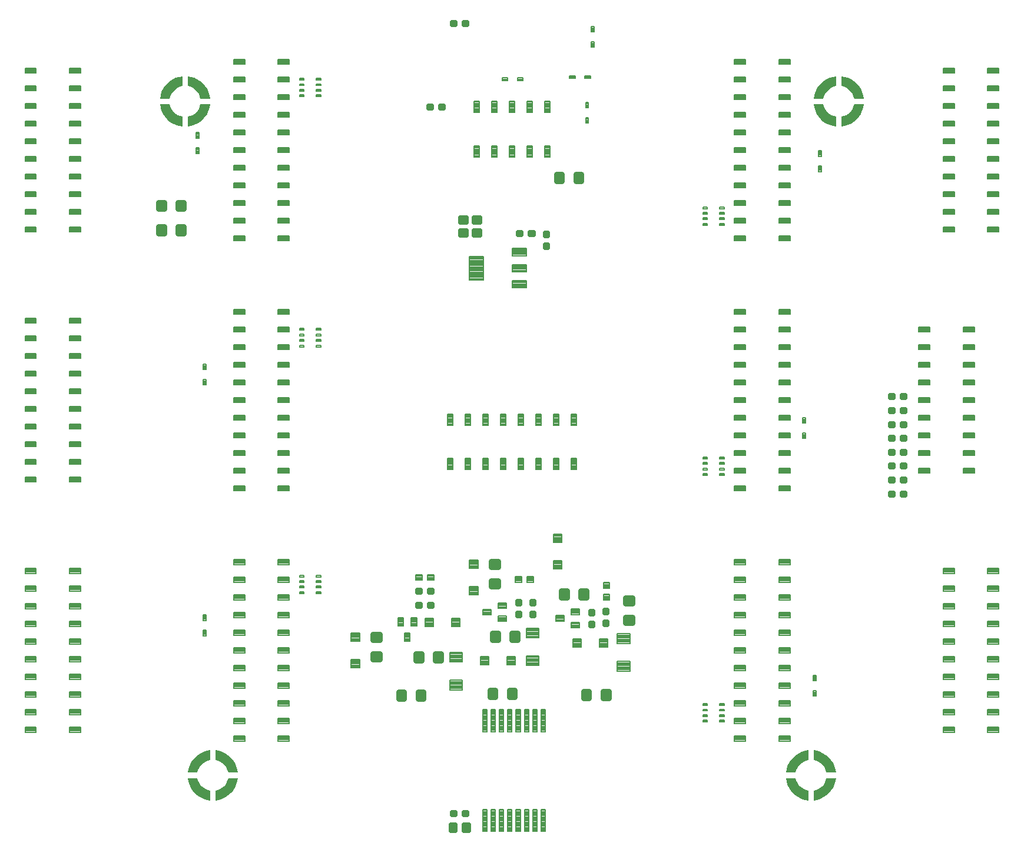
<source format=gbr>
G04 EAGLE Gerber RS-274X export*
G75*
%MOMM*%
%FSLAX34Y34*%
%LPD*%
%INSolderpaste Bottom*%
%IPPOS*%
%AMOC8*
5,1,8,0,0,1.08239X$1,22.5*%
G01*
%ADD10C,0.500000*%
%ADD11C,0.198000*%
%ADD12C,0.800000*%
%ADD13C,0.196000*%
%ADD14C,0.208000*%
%ADD15C,0.200000*%
%ADD16C,0.650000*%
%ADD17C,0.195072*%

G36*
X407963Y-536002D02*
X407963Y-536002D01*
X407965Y-536001D01*
X408821Y-532722D01*
X410161Y-529609D01*
X411956Y-526735D01*
X414164Y-524164D01*
X416735Y-521956D01*
X419609Y-520161D01*
X422722Y-518821D01*
X426001Y-517965D01*
X426003Y-517962D01*
X426005Y-517961D01*
X426005Y-517960D01*
X426005Y-503871D01*
X426004Y-503870D01*
X426001Y-503866D01*
X426000Y-503866D01*
X425999Y-503866D01*
X421172Y-504733D01*
X421172Y-504734D01*
X421171Y-504733D01*
X416505Y-506243D01*
X416504Y-506243D01*
X412083Y-508367D01*
X407988Y-511066D01*
X407988Y-511067D01*
X407987Y-511067D01*
X404293Y-514293D01*
X401067Y-517987D01*
X401067Y-517988D01*
X401066Y-517988D01*
X398367Y-522083D01*
X396243Y-526504D01*
X396243Y-526505D01*
X394733Y-531171D01*
X394734Y-531172D01*
X394733Y-531172D01*
X393866Y-535999D01*
X393866Y-536000D01*
X393869Y-536005D01*
X393870Y-536004D01*
X393871Y-536005D01*
X407960Y-536005D01*
X407963Y-536002D01*
G37*
G36*
X-393871Y-536005D02*
X-393871Y-536005D01*
X-393870Y-536004D01*
X-393866Y-536001D01*
X-393866Y-536000D01*
X-393866Y-535999D01*
X-394733Y-531172D01*
X-394734Y-531172D01*
X-394733Y-531171D01*
X-396243Y-526505D01*
X-396243Y-526504D01*
X-398367Y-522083D01*
X-401066Y-517988D01*
X-401067Y-517988D01*
X-401067Y-517987D01*
X-404293Y-514293D01*
X-407987Y-511067D01*
X-407988Y-511067D01*
X-407988Y-511066D01*
X-412083Y-508367D01*
X-416504Y-506243D01*
X-416505Y-506243D01*
X-421171Y-504733D01*
X-421172Y-504734D01*
X-421172Y-504733D01*
X-425999Y-503866D01*
X-426000Y-503866D01*
X-426005Y-503869D01*
X-426004Y-503870D01*
X-426005Y-503871D01*
X-426005Y-517960D01*
X-426002Y-517963D01*
X-426001Y-517965D01*
X-422722Y-518821D01*
X-419609Y-520161D01*
X-416735Y-521956D01*
X-414164Y-524164D01*
X-411956Y-526735D01*
X-410161Y-529609D01*
X-408821Y-532722D01*
X-407965Y-536001D01*
X-407961Y-536004D01*
X-407960Y-536005D01*
X-393871Y-536005D01*
X-393871Y-536005D01*
G37*
G36*
X466000Y393866D02*
X466000Y393866D01*
X466005Y393869D01*
X466004Y393870D01*
X466005Y393871D01*
X466005Y407960D01*
X466002Y407963D01*
X466001Y407965D01*
X462722Y408821D01*
X459609Y410161D01*
X456735Y411956D01*
X454164Y414164D01*
X451956Y416735D01*
X450161Y419609D01*
X448821Y422722D01*
X447965Y426001D01*
X447961Y426004D01*
X447960Y426005D01*
X433871Y426005D01*
X433870Y426004D01*
X433866Y426001D01*
X433866Y426000D01*
X433866Y425999D01*
X434733Y421172D01*
X434734Y421172D01*
X434733Y421171D01*
X436243Y416505D01*
X436243Y416504D01*
X438367Y412083D01*
X441066Y407988D01*
X441067Y407988D01*
X441067Y407987D01*
X444293Y404293D01*
X447987Y401067D01*
X447988Y401067D01*
X447988Y401066D01*
X452083Y398367D01*
X456504Y396243D01*
X456505Y396243D01*
X461171Y394733D01*
X461172Y394734D01*
X461172Y394733D01*
X465999Y393866D01*
X466000Y393866D01*
G37*
G36*
X-466000Y393866D02*
X-466000Y393866D01*
X-465999Y393866D01*
X-461172Y394733D01*
X-461172Y394734D01*
X-461171Y394733D01*
X-456505Y396243D01*
X-456504Y396243D01*
X-452083Y398367D01*
X-447988Y401066D01*
X-447988Y401067D01*
X-447987Y401067D01*
X-444293Y404293D01*
X-441067Y407987D01*
X-441067Y407988D01*
X-441066Y407988D01*
X-438367Y412083D01*
X-436243Y416504D01*
X-436243Y416505D01*
X-434733Y421171D01*
X-434734Y421172D01*
X-434733Y421172D01*
X-433866Y425999D01*
X-433866Y426000D01*
X-433869Y426005D01*
X-433870Y426004D01*
X-433871Y426005D01*
X-447960Y426005D01*
X-447963Y426002D01*
X-447965Y426001D01*
X-448821Y422722D01*
X-450161Y419609D01*
X-451956Y416735D01*
X-454164Y414164D01*
X-456735Y411956D01*
X-459609Y410161D01*
X-462722Y408821D01*
X-466001Y407965D01*
X-466004Y407961D01*
X-466005Y407960D01*
X-466005Y393871D01*
X-466004Y393870D01*
X-466001Y393866D01*
X-466000Y393866D01*
G37*
G36*
X426002Y-576132D02*
X426002Y-576132D01*
X426005Y-576131D01*
X426004Y-576130D01*
X426005Y-576130D01*
X426005Y-576129D01*
X426005Y-562040D01*
X426002Y-562037D01*
X426001Y-562035D01*
X422722Y-561179D01*
X419609Y-559839D01*
X416735Y-558044D01*
X414164Y-555836D01*
X411956Y-553265D01*
X410161Y-550391D01*
X408821Y-547278D01*
X407965Y-543999D01*
X407961Y-543996D01*
X407960Y-543995D01*
X393871Y-543995D01*
X393870Y-543996D01*
X393866Y-543999D01*
X393866Y-544000D01*
X393866Y-544001D01*
X394733Y-548828D01*
X394734Y-548828D01*
X394733Y-548829D01*
X396243Y-553495D01*
X396243Y-553496D01*
X398367Y-557917D01*
X401066Y-562012D01*
X401067Y-562012D01*
X401067Y-562013D01*
X404293Y-565707D01*
X407987Y-568933D01*
X407988Y-568933D01*
X407988Y-568934D01*
X412083Y-571633D01*
X416504Y-573757D01*
X416505Y-573757D01*
X421171Y-575267D01*
X421172Y-575267D01*
X425999Y-576134D01*
X426000Y-576134D01*
X426002Y-576132D01*
G37*
G36*
X-452037Y-536002D02*
X-452037Y-536002D01*
X-452035Y-536001D01*
X-451179Y-532722D01*
X-449839Y-529609D01*
X-448044Y-526735D01*
X-445836Y-524164D01*
X-443265Y-521956D01*
X-440391Y-520161D01*
X-437278Y-518821D01*
X-433999Y-517965D01*
X-433997Y-517962D01*
X-433995Y-517961D01*
X-433995Y-517960D01*
X-433995Y-503871D01*
X-433996Y-503870D01*
X-433999Y-503866D01*
X-434000Y-503866D01*
X-434001Y-503866D01*
X-438828Y-504733D01*
X-438828Y-504734D01*
X-438829Y-504733D01*
X-443495Y-506243D01*
X-443496Y-506243D01*
X-447917Y-508367D01*
X-452012Y-511066D01*
X-452012Y-511067D01*
X-452013Y-511067D01*
X-455707Y-514293D01*
X-458933Y-517987D01*
X-458933Y-517988D01*
X-458934Y-517988D01*
X-461633Y-522083D01*
X-463757Y-526504D01*
X-463757Y-526505D01*
X-465267Y-531171D01*
X-465267Y-531172D01*
X-466134Y-535999D01*
X-466134Y-536000D01*
X-466131Y-536005D01*
X-466130Y-536004D01*
X-466129Y-536005D01*
X-452040Y-536005D01*
X-452037Y-536002D01*
G37*
G36*
X-425999Y-576134D02*
X-425999Y-576134D01*
X-421172Y-575267D01*
X-421172Y-575266D01*
X-421171Y-575267D01*
X-416505Y-573757D01*
X-416504Y-573757D01*
X-412083Y-571633D01*
X-407988Y-568934D01*
X-407988Y-568933D01*
X-407987Y-568933D01*
X-404293Y-565707D01*
X-401067Y-562013D01*
X-401067Y-562012D01*
X-401066Y-562012D01*
X-398367Y-557917D01*
X-396243Y-553496D01*
X-396243Y-553495D01*
X-394733Y-548829D01*
X-394734Y-548828D01*
X-394733Y-548828D01*
X-393866Y-544001D01*
X-393866Y-544000D01*
X-393869Y-543995D01*
X-393870Y-543996D01*
X-393871Y-543995D01*
X-407960Y-543995D01*
X-407963Y-543998D01*
X-407965Y-543999D01*
X-408821Y-547278D01*
X-410161Y-550391D01*
X-411956Y-553265D01*
X-414164Y-555836D01*
X-416735Y-558044D01*
X-419609Y-559839D01*
X-422722Y-561179D01*
X-426001Y-562035D01*
X-426004Y-562039D01*
X-426005Y-562040D01*
X-426005Y-576129D01*
X-426005Y-576130D01*
X-426004Y-576130D01*
X-426001Y-576134D01*
X-426000Y-576134D01*
X-425999Y-576134D01*
G37*
G36*
X-433871Y433995D02*
X-433871Y433995D01*
X-433870Y433996D01*
X-433866Y433999D01*
X-433866Y434000D01*
X-433866Y434001D01*
X-434733Y438828D01*
X-434734Y438828D01*
X-434733Y438829D01*
X-436243Y443495D01*
X-436243Y443496D01*
X-438367Y447917D01*
X-441066Y452012D01*
X-441067Y452012D01*
X-441067Y452013D01*
X-444293Y455707D01*
X-447987Y458933D01*
X-447988Y458933D01*
X-447988Y458934D01*
X-452083Y461633D01*
X-456504Y463757D01*
X-456505Y463757D01*
X-461171Y465267D01*
X-461172Y465267D01*
X-465999Y466134D01*
X-466000Y466134D01*
X-466005Y466131D01*
X-466004Y466130D01*
X-466005Y466129D01*
X-466005Y452040D01*
X-466002Y452037D01*
X-466001Y452035D01*
X-462722Y451179D01*
X-459609Y449839D01*
X-456735Y448044D01*
X-454164Y445836D01*
X-451956Y443265D01*
X-450161Y440391D01*
X-448821Y437278D01*
X-447965Y433999D01*
X-447961Y433996D01*
X-447960Y433995D01*
X-433871Y433995D01*
X-433871Y433995D01*
G37*
G36*
X474000Y393866D02*
X474000Y393866D01*
X474001Y393866D01*
X478828Y394733D01*
X478828Y394734D01*
X478829Y394733D01*
X483495Y396243D01*
X483496Y396243D01*
X487917Y398367D01*
X492012Y401066D01*
X492012Y401067D01*
X492013Y401067D01*
X495707Y404293D01*
X498933Y407987D01*
X498933Y407988D01*
X498934Y407988D01*
X501633Y412083D01*
X503757Y416504D01*
X503757Y416505D01*
X505267Y421171D01*
X505267Y421172D01*
X506134Y425999D01*
X506134Y426000D01*
X506131Y426005D01*
X506130Y426004D01*
X506129Y426005D01*
X492040Y426005D01*
X492037Y426002D01*
X492035Y426001D01*
X491179Y422722D01*
X489839Y419609D01*
X488044Y416735D01*
X485836Y414164D01*
X483265Y411956D01*
X480391Y410161D01*
X477278Y408821D01*
X473999Y407965D01*
X473996Y407961D01*
X473995Y407960D01*
X473995Y393871D01*
X473996Y393870D01*
X473999Y393866D01*
X474000Y393866D01*
G37*
G36*
X466129Y-536005D02*
X466129Y-536005D01*
X466130Y-536005D01*
X466130Y-536004D01*
X466134Y-536001D01*
X466134Y-536000D01*
X466134Y-535999D01*
X465267Y-531172D01*
X465266Y-531172D01*
X465267Y-531171D01*
X463757Y-526505D01*
X463757Y-526504D01*
X461633Y-522083D01*
X458934Y-517988D01*
X458933Y-517988D01*
X458933Y-517987D01*
X455707Y-514293D01*
X452013Y-511067D01*
X452012Y-511067D01*
X452012Y-511066D01*
X447917Y-508367D01*
X443496Y-506243D01*
X443495Y-506243D01*
X438829Y-504733D01*
X438828Y-504734D01*
X438828Y-504733D01*
X434001Y-503866D01*
X434000Y-503866D01*
X433995Y-503869D01*
X433996Y-503870D01*
X433995Y-503871D01*
X433995Y-517960D01*
X433998Y-517963D01*
X433999Y-517965D01*
X437278Y-518821D01*
X440391Y-520161D01*
X443265Y-521956D01*
X445836Y-524164D01*
X448044Y-526735D01*
X449839Y-529609D01*
X451179Y-532722D01*
X452035Y-536001D01*
X452039Y-536004D01*
X452040Y-536005D01*
X466129Y-536005D01*
X466129Y-536005D01*
G37*
G36*
X447963Y433998D02*
X447963Y433998D01*
X447965Y433999D01*
X448821Y437278D01*
X450161Y440391D01*
X451956Y443265D01*
X454164Y445836D01*
X456735Y448044D01*
X459609Y449839D01*
X462722Y451179D01*
X466001Y452035D01*
X466004Y452039D01*
X466005Y452040D01*
X466005Y466129D01*
X466005Y466130D01*
X466004Y466130D01*
X466001Y466134D01*
X466000Y466134D01*
X465999Y466134D01*
X461172Y465267D01*
X461172Y465266D01*
X461171Y465267D01*
X456505Y463757D01*
X456504Y463757D01*
X452083Y461633D01*
X447988Y458934D01*
X447988Y458933D01*
X447987Y458933D01*
X444293Y455707D01*
X441067Y452013D01*
X441067Y452012D01*
X441066Y452012D01*
X438367Y447917D01*
X436243Y443496D01*
X436243Y443495D01*
X434733Y438829D01*
X434734Y438828D01*
X434733Y438828D01*
X433866Y434001D01*
X433866Y434000D01*
X433869Y433995D01*
X433870Y433996D01*
X433871Y433995D01*
X447960Y433995D01*
X447963Y433998D01*
G37*
G36*
X-474000Y393866D02*
X-474000Y393866D01*
X-473995Y393869D01*
X-473996Y393870D01*
X-473995Y393871D01*
X-473995Y407960D01*
X-473998Y407963D01*
X-473999Y407965D01*
X-477278Y408821D01*
X-480391Y410161D01*
X-483265Y411956D01*
X-485836Y414164D01*
X-488044Y416735D01*
X-489839Y419609D01*
X-491179Y422722D01*
X-492035Y426001D01*
X-492039Y426004D01*
X-492040Y426005D01*
X-506129Y426005D01*
X-506130Y426005D01*
X-506130Y426004D01*
X-506134Y426001D01*
X-506134Y426000D01*
X-506134Y425999D01*
X-505267Y421172D01*
X-505266Y421172D01*
X-505267Y421171D01*
X-503757Y416505D01*
X-503757Y416504D01*
X-501633Y412083D01*
X-498934Y407988D01*
X-498933Y407988D01*
X-498933Y407987D01*
X-495707Y404293D01*
X-492013Y401067D01*
X-492012Y401067D01*
X-492012Y401066D01*
X-487917Y398367D01*
X-483496Y396243D01*
X-483495Y396243D01*
X-478829Y394733D01*
X-478828Y394734D01*
X-478828Y394733D01*
X-474001Y393866D01*
X-474000Y393866D01*
G37*
G36*
X-433998Y-576132D02*
X-433998Y-576132D01*
X-433995Y-576131D01*
X-433996Y-576130D01*
X-433995Y-576130D01*
X-433995Y-576129D01*
X-433995Y-562040D01*
X-433998Y-562037D01*
X-433999Y-562035D01*
X-437278Y-561179D01*
X-440391Y-559839D01*
X-443265Y-558044D01*
X-445836Y-555836D01*
X-448044Y-553265D01*
X-449839Y-550391D01*
X-451179Y-547278D01*
X-452035Y-543999D01*
X-452039Y-543996D01*
X-452040Y-543995D01*
X-466129Y-543995D01*
X-466130Y-543995D01*
X-466130Y-543996D01*
X-466134Y-543999D01*
X-466134Y-544000D01*
X-466134Y-544001D01*
X-465267Y-548828D01*
X-465266Y-548828D01*
X-465267Y-548829D01*
X-463757Y-553495D01*
X-463757Y-553496D01*
X-461633Y-557917D01*
X-458934Y-562012D01*
X-458933Y-562012D01*
X-458933Y-562013D01*
X-455707Y-565707D01*
X-452013Y-568933D01*
X-452012Y-568933D01*
X-452012Y-568934D01*
X-447917Y-571633D01*
X-443496Y-573757D01*
X-443495Y-573757D01*
X-438829Y-575267D01*
X-438828Y-575267D01*
X-434001Y-576134D01*
X-434000Y-576134D01*
X-433998Y-576132D01*
G37*
G36*
X434001Y-576134D02*
X434001Y-576134D01*
X438828Y-575267D01*
X438828Y-575266D01*
X438829Y-575267D01*
X443495Y-573757D01*
X443496Y-573757D01*
X447917Y-571633D01*
X452012Y-568934D01*
X452012Y-568933D01*
X452013Y-568933D01*
X455707Y-565707D01*
X458933Y-562013D01*
X458933Y-562012D01*
X458934Y-562012D01*
X461633Y-557917D01*
X463757Y-553496D01*
X463757Y-553495D01*
X465267Y-548829D01*
X465267Y-548828D01*
X466134Y-544001D01*
X466134Y-544000D01*
X466131Y-543995D01*
X466130Y-543996D01*
X466129Y-543995D01*
X452040Y-543995D01*
X452037Y-543998D01*
X452035Y-543999D01*
X451179Y-547278D01*
X449839Y-550391D01*
X448044Y-553265D01*
X445836Y-555836D01*
X443265Y-558044D01*
X440391Y-559839D01*
X437278Y-561179D01*
X433999Y-562035D01*
X433996Y-562039D01*
X433995Y-562040D01*
X433995Y-576129D01*
X433995Y-576130D01*
X433996Y-576130D01*
X433999Y-576134D01*
X434000Y-576134D01*
X434001Y-576134D01*
G37*
G36*
X-492037Y433998D02*
X-492037Y433998D01*
X-492035Y433999D01*
X-491179Y437278D01*
X-489839Y440391D01*
X-488044Y443265D01*
X-485836Y445836D01*
X-483265Y448044D01*
X-480391Y449839D01*
X-477278Y451179D01*
X-473999Y452035D01*
X-473996Y452039D01*
X-473995Y452040D01*
X-473995Y466129D01*
X-473995Y466130D01*
X-473996Y466130D01*
X-473999Y466134D01*
X-474000Y466134D01*
X-474001Y466134D01*
X-478828Y465267D01*
X-478828Y465266D01*
X-478829Y465267D01*
X-483495Y463757D01*
X-483496Y463757D01*
X-487917Y461633D01*
X-492012Y458934D01*
X-492012Y458933D01*
X-492013Y458933D01*
X-495707Y455707D01*
X-498933Y452013D01*
X-498933Y452012D01*
X-498934Y452012D01*
X-501633Y447917D01*
X-503757Y443496D01*
X-503757Y443495D01*
X-505267Y438829D01*
X-505267Y438828D01*
X-506134Y434001D01*
X-506134Y434000D01*
X-506131Y433995D01*
X-506130Y433996D01*
X-506129Y433995D01*
X-492040Y433995D01*
X-492037Y433998D01*
G37*
G36*
X506129Y433995D02*
X506129Y433995D01*
X506130Y433995D01*
X506130Y433996D01*
X506134Y433999D01*
X506134Y434000D01*
X506134Y434001D01*
X505267Y438828D01*
X505266Y438828D01*
X505267Y438829D01*
X503757Y443495D01*
X503757Y443496D01*
X501633Y447917D01*
X498934Y452012D01*
X498933Y452012D01*
X498933Y452013D01*
X495707Y455707D01*
X492013Y458933D01*
X492012Y458933D01*
X492012Y458934D01*
X487917Y461633D01*
X483496Y463757D01*
X483495Y463757D01*
X478829Y465267D01*
X478828Y465267D01*
X474001Y466134D01*
X474000Y466134D01*
X473995Y466131D01*
X473996Y466130D01*
X473995Y466129D01*
X473995Y452040D01*
X473998Y452037D01*
X473999Y452035D01*
X477278Y451179D01*
X480391Y449839D01*
X483265Y448044D01*
X485836Y445836D01*
X488044Y443265D01*
X489839Y440391D01*
X491179Y437278D01*
X492035Y433999D01*
X492039Y433996D01*
X492040Y433995D01*
X506129Y433995D01*
X506129Y433995D01*
G37*
D10*
X-114500Y419500D02*
X-120500Y419500D01*
X-120500Y424500D01*
X-114500Y424500D01*
X-114500Y419500D01*
X-114500Y424250D02*
X-120500Y424250D01*
X-103500Y419500D02*
X-97500Y419500D01*
X-103500Y419500D02*
X-103500Y424500D01*
X-97500Y424500D01*
X-97500Y419500D01*
X-97500Y424250D02*
X-103500Y424250D01*
D11*
X54310Y366010D02*
X54310Y349990D01*
X47290Y349990D01*
X47290Y366010D01*
X54310Y366010D01*
X54310Y351871D02*
X47290Y351871D01*
X47290Y353752D02*
X54310Y353752D01*
X54310Y355633D02*
X47290Y355633D01*
X47290Y357514D02*
X54310Y357514D01*
X54310Y359395D02*
X47290Y359395D01*
X47290Y361276D02*
X54310Y361276D01*
X54310Y363157D02*
X47290Y363157D01*
X47290Y365038D02*
X54310Y365038D01*
X54310Y413990D02*
X54310Y430010D01*
X54310Y413990D02*
X47290Y413990D01*
X47290Y430010D01*
X54310Y430010D01*
X54310Y415871D02*
X47290Y415871D01*
X47290Y417752D02*
X54310Y417752D01*
X54310Y419633D02*
X47290Y419633D01*
X47290Y421514D02*
X54310Y421514D01*
X54310Y423395D02*
X47290Y423395D01*
X47290Y425276D02*
X54310Y425276D01*
X54310Y427157D02*
X47290Y427157D01*
X47290Y429038D02*
X54310Y429038D01*
X28910Y366010D02*
X28910Y349990D01*
X21890Y349990D01*
X21890Y366010D01*
X28910Y366010D01*
X28910Y351871D02*
X21890Y351871D01*
X21890Y353752D02*
X28910Y353752D01*
X28910Y355633D02*
X21890Y355633D01*
X21890Y357514D02*
X28910Y357514D01*
X28910Y359395D02*
X21890Y359395D01*
X21890Y361276D02*
X28910Y361276D01*
X28910Y363157D02*
X21890Y363157D01*
X21890Y365038D02*
X28910Y365038D01*
X28910Y413990D02*
X28910Y430010D01*
X28910Y413990D02*
X21890Y413990D01*
X21890Y430010D01*
X28910Y430010D01*
X28910Y415871D02*
X21890Y415871D01*
X21890Y417752D02*
X28910Y417752D01*
X28910Y419633D02*
X21890Y419633D01*
X21890Y421514D02*
X28910Y421514D01*
X28910Y423395D02*
X21890Y423395D01*
X21890Y425276D02*
X28910Y425276D01*
X28910Y427157D02*
X21890Y427157D01*
X21890Y429038D02*
X28910Y429038D01*
X3510Y366010D02*
X3510Y349990D01*
X-3510Y349990D01*
X-3510Y366010D01*
X3510Y366010D01*
X3510Y351871D02*
X-3510Y351871D01*
X-3510Y353752D02*
X3510Y353752D01*
X3510Y355633D02*
X-3510Y355633D01*
X-3510Y357514D02*
X3510Y357514D01*
X3510Y359395D02*
X-3510Y359395D01*
X-3510Y361276D02*
X3510Y361276D01*
X3510Y363157D02*
X-3510Y363157D01*
X-3510Y365038D02*
X3510Y365038D01*
X3510Y413990D02*
X3510Y430010D01*
X3510Y413990D02*
X-3510Y413990D01*
X-3510Y430010D01*
X3510Y430010D01*
X3510Y415871D02*
X-3510Y415871D01*
X-3510Y417752D02*
X3510Y417752D01*
X3510Y419633D02*
X-3510Y419633D01*
X-3510Y421514D02*
X3510Y421514D01*
X3510Y423395D02*
X-3510Y423395D01*
X-3510Y425276D02*
X3510Y425276D01*
X3510Y427157D02*
X-3510Y427157D01*
X-3510Y429038D02*
X3510Y429038D01*
X-21890Y366010D02*
X-21890Y349990D01*
X-28910Y349990D01*
X-28910Y366010D01*
X-21890Y366010D01*
X-21890Y351871D02*
X-28910Y351871D01*
X-28910Y353752D02*
X-21890Y353752D01*
X-21890Y355633D02*
X-28910Y355633D01*
X-28910Y357514D02*
X-21890Y357514D01*
X-21890Y359395D02*
X-28910Y359395D01*
X-28910Y361276D02*
X-21890Y361276D01*
X-21890Y363157D02*
X-28910Y363157D01*
X-28910Y365038D02*
X-21890Y365038D01*
X-21890Y413990D02*
X-21890Y430010D01*
X-21890Y413990D02*
X-28910Y413990D01*
X-28910Y430010D01*
X-21890Y430010D01*
X-21890Y415871D02*
X-28910Y415871D01*
X-28910Y417752D02*
X-21890Y417752D01*
X-21890Y419633D02*
X-28910Y419633D01*
X-28910Y421514D02*
X-21890Y421514D01*
X-21890Y423395D02*
X-28910Y423395D01*
X-28910Y425276D02*
X-21890Y425276D01*
X-21890Y427157D02*
X-28910Y427157D01*
X-28910Y429038D02*
X-21890Y429038D01*
X-47290Y366010D02*
X-47290Y349990D01*
X-54310Y349990D01*
X-54310Y366010D01*
X-47290Y366010D01*
X-47290Y351871D02*
X-54310Y351871D01*
X-54310Y353752D02*
X-47290Y353752D01*
X-47290Y355633D02*
X-54310Y355633D01*
X-54310Y357514D02*
X-47290Y357514D01*
X-47290Y359395D02*
X-54310Y359395D01*
X-54310Y361276D02*
X-47290Y361276D01*
X-47290Y363157D02*
X-54310Y363157D01*
X-54310Y365038D02*
X-47290Y365038D01*
X-47290Y413990D02*
X-47290Y430010D01*
X-47290Y413990D02*
X-54310Y413990D01*
X-54310Y430010D01*
X-47290Y430010D01*
X-47290Y415871D02*
X-54310Y415871D01*
X-54310Y417752D02*
X-47290Y417752D01*
X-47290Y419633D02*
X-54310Y419633D01*
X-54310Y421514D02*
X-47290Y421514D01*
X-47290Y423395D02*
X-54310Y423395D01*
X-54310Y425276D02*
X-47290Y425276D01*
X-47290Y427157D02*
X-54310Y427157D01*
X-54310Y429038D02*
X-47290Y429038D01*
X-92410Y-19990D02*
X-92410Y-36010D01*
X-92410Y-19990D02*
X-85390Y-19990D01*
X-85390Y-36010D01*
X-92410Y-36010D01*
X-92410Y-34129D02*
X-85390Y-34129D01*
X-85390Y-32248D02*
X-92410Y-32248D01*
X-92410Y-30367D02*
X-85390Y-30367D01*
X-85390Y-28486D02*
X-92410Y-28486D01*
X-92410Y-26605D02*
X-85390Y-26605D01*
X-85390Y-24724D02*
X-92410Y-24724D01*
X-92410Y-22843D02*
X-85390Y-22843D01*
X-85390Y-20962D02*
X-92410Y-20962D01*
X-92410Y-83990D02*
X-92410Y-100010D01*
X-92410Y-83990D02*
X-85390Y-83990D01*
X-85390Y-100010D01*
X-92410Y-100010D01*
X-92410Y-98129D02*
X-85390Y-98129D01*
X-85390Y-96248D02*
X-92410Y-96248D01*
X-92410Y-94367D02*
X-85390Y-94367D01*
X-85390Y-92486D02*
X-92410Y-92486D01*
X-92410Y-90605D02*
X-85390Y-90605D01*
X-85390Y-88724D02*
X-92410Y-88724D01*
X-92410Y-86843D02*
X-85390Y-86843D01*
X-85390Y-84962D02*
X-92410Y-84962D01*
X-67010Y-36010D02*
X-67010Y-19990D01*
X-59990Y-19990D01*
X-59990Y-36010D01*
X-67010Y-36010D01*
X-67010Y-34129D02*
X-59990Y-34129D01*
X-59990Y-32248D02*
X-67010Y-32248D01*
X-67010Y-30367D02*
X-59990Y-30367D01*
X-59990Y-28486D02*
X-67010Y-28486D01*
X-67010Y-26605D02*
X-59990Y-26605D01*
X-59990Y-24724D02*
X-67010Y-24724D01*
X-67010Y-22843D02*
X-59990Y-22843D01*
X-59990Y-20962D02*
X-67010Y-20962D01*
X-67010Y-83990D02*
X-67010Y-100010D01*
X-67010Y-83990D02*
X-59990Y-83990D01*
X-59990Y-100010D01*
X-67010Y-100010D01*
X-67010Y-98129D02*
X-59990Y-98129D01*
X-59990Y-96248D02*
X-67010Y-96248D01*
X-67010Y-94367D02*
X-59990Y-94367D01*
X-59990Y-92486D02*
X-67010Y-92486D01*
X-67010Y-90605D02*
X-59990Y-90605D01*
X-59990Y-88724D02*
X-67010Y-88724D01*
X-67010Y-86843D02*
X-59990Y-86843D01*
X-59990Y-84962D02*
X-67010Y-84962D01*
X-41610Y-36010D02*
X-41610Y-19990D01*
X-34590Y-19990D01*
X-34590Y-36010D01*
X-41610Y-36010D01*
X-41610Y-34129D02*
X-34590Y-34129D01*
X-34590Y-32248D02*
X-41610Y-32248D01*
X-41610Y-30367D02*
X-34590Y-30367D01*
X-34590Y-28486D02*
X-41610Y-28486D01*
X-41610Y-26605D02*
X-34590Y-26605D01*
X-34590Y-24724D02*
X-41610Y-24724D01*
X-41610Y-22843D02*
X-34590Y-22843D01*
X-34590Y-20962D02*
X-41610Y-20962D01*
X-41610Y-83990D02*
X-41610Y-100010D01*
X-41610Y-83990D02*
X-34590Y-83990D01*
X-34590Y-100010D01*
X-41610Y-100010D01*
X-41610Y-98129D02*
X-34590Y-98129D01*
X-34590Y-96248D02*
X-41610Y-96248D01*
X-41610Y-94367D02*
X-34590Y-94367D01*
X-34590Y-92486D02*
X-41610Y-92486D01*
X-41610Y-90605D02*
X-34590Y-90605D01*
X-34590Y-88724D02*
X-41610Y-88724D01*
X-41610Y-86843D02*
X-34590Y-86843D01*
X-34590Y-84962D02*
X-41610Y-84962D01*
X-16210Y-36010D02*
X-16210Y-19990D01*
X-9190Y-19990D01*
X-9190Y-36010D01*
X-16210Y-36010D01*
X-16210Y-34129D02*
X-9190Y-34129D01*
X-9190Y-32248D02*
X-16210Y-32248D01*
X-16210Y-30367D02*
X-9190Y-30367D01*
X-9190Y-28486D02*
X-16210Y-28486D01*
X-16210Y-26605D02*
X-9190Y-26605D01*
X-9190Y-24724D02*
X-16210Y-24724D01*
X-16210Y-22843D02*
X-9190Y-22843D01*
X-9190Y-20962D02*
X-16210Y-20962D01*
X-16210Y-83990D02*
X-16210Y-100010D01*
X-16210Y-83990D02*
X-9190Y-83990D01*
X-9190Y-100010D01*
X-16210Y-100010D01*
X-16210Y-98129D02*
X-9190Y-98129D01*
X-9190Y-96248D02*
X-16210Y-96248D01*
X-16210Y-94367D02*
X-9190Y-94367D01*
X-9190Y-92486D02*
X-16210Y-92486D01*
X-16210Y-90605D02*
X-9190Y-90605D01*
X-9190Y-88724D02*
X-16210Y-88724D01*
X-16210Y-86843D02*
X-9190Y-86843D01*
X-9190Y-84962D02*
X-16210Y-84962D01*
X9190Y-36010D02*
X9190Y-19990D01*
X16210Y-19990D01*
X16210Y-36010D01*
X9190Y-36010D01*
X9190Y-34129D02*
X16210Y-34129D01*
X16210Y-32248D02*
X9190Y-32248D01*
X9190Y-30367D02*
X16210Y-30367D01*
X16210Y-28486D02*
X9190Y-28486D01*
X9190Y-26605D02*
X16210Y-26605D01*
X16210Y-24724D02*
X9190Y-24724D01*
X9190Y-22843D02*
X16210Y-22843D01*
X16210Y-20962D02*
X9190Y-20962D01*
X9190Y-83990D02*
X9190Y-100010D01*
X9190Y-83990D02*
X16210Y-83990D01*
X16210Y-100010D01*
X9190Y-100010D01*
X9190Y-98129D02*
X16210Y-98129D01*
X16210Y-96248D02*
X9190Y-96248D01*
X9190Y-94367D02*
X16210Y-94367D01*
X16210Y-92486D02*
X9190Y-92486D01*
X9190Y-90605D02*
X16210Y-90605D01*
X16210Y-88724D02*
X9190Y-88724D01*
X9190Y-86843D02*
X16210Y-86843D01*
X16210Y-84962D02*
X9190Y-84962D01*
X34590Y-36010D02*
X34590Y-19990D01*
X41610Y-19990D01*
X41610Y-36010D01*
X34590Y-36010D01*
X34590Y-34129D02*
X41610Y-34129D01*
X41610Y-32248D02*
X34590Y-32248D01*
X34590Y-30367D02*
X41610Y-30367D01*
X41610Y-28486D02*
X34590Y-28486D01*
X34590Y-26605D02*
X41610Y-26605D01*
X41610Y-24724D02*
X34590Y-24724D01*
X34590Y-22843D02*
X41610Y-22843D01*
X41610Y-20962D02*
X34590Y-20962D01*
X34590Y-83990D02*
X34590Y-100010D01*
X34590Y-83990D02*
X41610Y-83990D01*
X41610Y-100010D01*
X34590Y-100010D01*
X34590Y-98129D02*
X41610Y-98129D01*
X41610Y-96248D02*
X34590Y-96248D01*
X34590Y-94367D02*
X41610Y-94367D01*
X41610Y-92486D02*
X34590Y-92486D01*
X34590Y-90605D02*
X41610Y-90605D01*
X41610Y-88724D02*
X34590Y-88724D01*
X34590Y-86843D02*
X41610Y-86843D01*
X41610Y-84962D02*
X34590Y-84962D01*
X59990Y-36010D02*
X59990Y-19990D01*
X67010Y-19990D01*
X67010Y-36010D01*
X59990Y-36010D01*
X59990Y-34129D02*
X67010Y-34129D01*
X67010Y-32248D02*
X59990Y-32248D01*
X59990Y-30367D02*
X67010Y-30367D01*
X67010Y-28486D02*
X59990Y-28486D01*
X59990Y-26605D02*
X67010Y-26605D01*
X67010Y-24724D02*
X59990Y-24724D01*
X59990Y-22843D02*
X67010Y-22843D01*
X67010Y-20962D02*
X59990Y-20962D01*
X59990Y-83990D02*
X59990Y-100010D01*
X59990Y-83990D02*
X67010Y-83990D01*
X67010Y-100010D01*
X59990Y-100010D01*
X59990Y-98129D02*
X67010Y-98129D01*
X67010Y-96248D02*
X59990Y-96248D01*
X59990Y-94367D02*
X67010Y-94367D01*
X67010Y-92486D02*
X59990Y-92486D01*
X59990Y-90605D02*
X67010Y-90605D01*
X67010Y-88724D02*
X59990Y-88724D01*
X59990Y-86843D02*
X67010Y-86843D01*
X67010Y-84962D02*
X59990Y-84962D01*
X85390Y-36010D02*
X85390Y-19990D01*
X92410Y-19990D01*
X92410Y-36010D01*
X85390Y-36010D01*
X85390Y-34129D02*
X92410Y-34129D01*
X92410Y-32248D02*
X85390Y-32248D01*
X85390Y-30367D02*
X92410Y-30367D01*
X92410Y-28486D02*
X85390Y-28486D01*
X85390Y-26605D02*
X92410Y-26605D01*
X92410Y-24724D02*
X85390Y-24724D01*
X85390Y-22843D02*
X92410Y-22843D01*
X92410Y-20962D02*
X85390Y-20962D01*
X85390Y-83990D02*
X85390Y-100010D01*
X85390Y-83990D02*
X92410Y-83990D01*
X92410Y-100010D01*
X85390Y-100010D01*
X85390Y-98129D02*
X92410Y-98129D01*
X92410Y-96248D02*
X85390Y-96248D01*
X85390Y-94367D02*
X92410Y-94367D01*
X92410Y-92486D02*
X85390Y-92486D01*
X85390Y-90605D02*
X92410Y-90605D01*
X92410Y-88724D02*
X85390Y-88724D01*
X85390Y-86843D02*
X92410Y-86843D01*
X92410Y-84962D02*
X85390Y-84962D01*
D10*
X-80500Y539500D02*
X-86500Y539500D01*
X-86500Y544500D01*
X-80500Y544500D01*
X-80500Y539500D01*
X-80500Y544250D02*
X-86500Y544250D01*
X-69500Y539500D02*
X-63500Y539500D01*
X-69500Y539500D02*
X-69500Y544500D01*
X-63500Y544500D01*
X-63500Y539500D01*
X-63500Y544250D02*
X-69500Y544250D01*
D12*
X64000Y315000D02*
X72000Y315000D01*
X64000Y315000D02*
X64000Y325000D01*
X72000Y325000D01*
X72000Y315000D01*
X72000Y322600D02*
X64000Y322600D01*
X92000Y315000D02*
X100000Y315000D01*
X92000Y315000D02*
X92000Y325000D01*
X100000Y325000D01*
X100000Y315000D01*
X100000Y322600D02*
X92000Y322600D01*
X103000Y-429000D02*
X111000Y-429000D01*
X103000Y-429000D02*
X103000Y-419000D01*
X111000Y-419000D01*
X111000Y-429000D01*
X111000Y-421400D02*
X103000Y-421400D01*
X131000Y-429000D02*
X139000Y-429000D01*
X131000Y-429000D02*
X131000Y-419000D01*
X139000Y-419000D01*
X139000Y-429000D01*
X139000Y-421400D02*
X131000Y-421400D01*
X173000Y-320500D02*
X173000Y-312500D01*
X173000Y-320500D02*
X163000Y-320500D01*
X163000Y-312500D01*
X173000Y-312500D01*
X173000Y-312900D02*
X163000Y-312900D01*
X173000Y-292500D02*
X173000Y-284500D01*
X173000Y-292500D02*
X163000Y-292500D01*
X163000Y-284500D01*
X173000Y-284500D01*
X173000Y-284900D02*
X163000Y-284900D01*
X-102000Y-365000D02*
X-110000Y-365000D01*
X-102000Y-365000D02*
X-102000Y-375000D01*
X-110000Y-375000D01*
X-110000Y-365000D01*
X-110000Y-367400D02*
X-102000Y-367400D01*
X-130000Y-365000D02*
X-138000Y-365000D01*
X-130000Y-365000D02*
X-130000Y-375000D01*
X-138000Y-375000D01*
X-138000Y-365000D01*
X-138000Y-367400D02*
X-130000Y-367400D01*
D11*
X445010Y328990D02*
X445010Y337010D01*
X445010Y328990D02*
X440990Y328990D01*
X440990Y337010D01*
X445010Y337010D01*
X445010Y330871D02*
X440990Y330871D01*
X440990Y332752D02*
X445010Y332752D01*
X445010Y334633D02*
X440990Y334633D01*
X440990Y336514D02*
X445010Y336514D01*
X445010Y350990D02*
X445010Y359010D01*
X445010Y350990D02*
X440990Y350990D01*
X440990Y359010D01*
X445010Y359010D01*
X445010Y352871D02*
X440990Y352871D01*
X440990Y354752D02*
X445010Y354752D01*
X445010Y356633D02*
X440990Y356633D01*
X440990Y358514D02*
X445010Y358514D01*
X417990Y-24990D02*
X417990Y-33010D01*
X417990Y-24990D02*
X422010Y-24990D01*
X422010Y-33010D01*
X417990Y-33010D01*
X417990Y-31129D02*
X422010Y-31129D01*
X422010Y-29248D02*
X417990Y-29248D01*
X417990Y-27367D02*
X422010Y-27367D01*
X422010Y-25486D02*
X417990Y-25486D01*
X417990Y-46990D02*
X417990Y-55010D01*
X417990Y-46990D02*
X422010Y-46990D01*
X422010Y-55010D01*
X417990Y-55010D01*
X417990Y-53129D02*
X422010Y-53129D01*
X422010Y-51248D02*
X417990Y-51248D01*
X417990Y-49367D02*
X422010Y-49367D01*
X422010Y-47486D02*
X417990Y-47486D01*
X432990Y-395990D02*
X432990Y-404010D01*
X432990Y-395990D02*
X437010Y-395990D01*
X437010Y-404010D01*
X432990Y-404010D01*
X432990Y-402129D02*
X437010Y-402129D01*
X437010Y-400248D02*
X432990Y-400248D01*
X432990Y-398367D02*
X437010Y-398367D01*
X437010Y-396486D02*
X432990Y-396486D01*
X432990Y-417990D02*
X432990Y-426010D01*
X432990Y-417990D02*
X437010Y-417990D01*
X437010Y-426010D01*
X432990Y-426010D01*
X432990Y-424129D02*
X437010Y-424129D01*
X437010Y-422248D02*
X432990Y-422248D01*
X432990Y-420367D02*
X437010Y-420367D01*
X437010Y-418486D02*
X432990Y-418486D01*
X-439990Y-339010D02*
X-439990Y-330990D01*
X-439990Y-339010D02*
X-444010Y-339010D01*
X-444010Y-330990D01*
X-439990Y-330990D01*
X-439990Y-337129D02*
X-444010Y-337129D01*
X-444010Y-335248D02*
X-439990Y-335248D01*
X-439990Y-333367D02*
X-444010Y-333367D01*
X-444010Y-331486D02*
X-439990Y-331486D01*
X-439990Y-317010D02*
X-439990Y-308990D01*
X-439990Y-317010D02*
X-444010Y-317010D01*
X-444010Y-308990D01*
X-439990Y-308990D01*
X-439990Y-315129D02*
X-444010Y-315129D01*
X-444010Y-313248D02*
X-439990Y-313248D01*
X-439990Y-311367D02*
X-444010Y-311367D01*
X-444010Y-309486D02*
X-439990Y-309486D01*
X-439990Y21990D02*
X-439990Y30010D01*
X-439990Y21990D02*
X-444010Y21990D01*
X-444010Y30010D01*
X-439990Y30010D01*
X-439990Y23871D02*
X-444010Y23871D01*
X-444010Y25752D02*
X-439990Y25752D01*
X-439990Y27633D02*
X-444010Y27633D01*
X-444010Y29514D02*
X-439990Y29514D01*
X-439990Y43990D02*
X-439990Y52010D01*
X-439990Y43990D02*
X-444010Y43990D01*
X-444010Y52010D01*
X-439990Y52010D01*
X-439990Y45871D02*
X-444010Y45871D01*
X-444010Y47752D02*
X-439990Y47752D01*
X-439990Y49633D02*
X-444010Y49633D01*
X-444010Y51514D02*
X-439990Y51514D01*
X-454010Y376990D02*
X-454010Y385010D01*
X-449990Y385010D01*
X-449990Y376990D01*
X-454010Y376990D01*
X-454010Y378871D02*
X-449990Y378871D01*
X-449990Y380752D02*
X-454010Y380752D01*
X-454010Y382633D02*
X-449990Y382633D01*
X-449990Y384514D02*
X-454010Y384514D01*
X-454010Y363010D02*
X-454010Y354990D01*
X-454010Y363010D02*
X-449990Y363010D01*
X-449990Y354990D01*
X-454010Y354990D01*
X-454010Y356871D02*
X-449990Y356871D01*
X-449990Y358752D02*
X-454010Y358752D01*
X-454010Y360633D02*
X-449990Y360633D01*
X-449990Y362514D02*
X-454010Y362514D01*
X7990Y464010D02*
X16010Y464010D01*
X16010Y459990D01*
X7990Y459990D01*
X7990Y464010D01*
X7990Y461871D02*
X16010Y461871D01*
X16010Y463752D02*
X7990Y463752D01*
X-5990Y464010D02*
X-14010Y464010D01*
X-5990Y464010D02*
X-5990Y459990D01*
X-14010Y459990D01*
X-14010Y464010D01*
X-14010Y461871D02*
X-5990Y461871D01*
X-5990Y463752D02*
X-14010Y463752D01*
X118010Y507990D02*
X118010Y516010D01*
X118010Y507990D02*
X113990Y507990D01*
X113990Y516010D01*
X118010Y516010D01*
X118010Y509871D02*
X113990Y509871D01*
X113990Y511752D02*
X118010Y511752D01*
X118010Y513633D02*
X113990Y513633D01*
X113990Y515514D02*
X118010Y515514D01*
X118010Y529990D02*
X118010Y538010D01*
X118010Y529990D02*
X113990Y529990D01*
X113990Y538010D01*
X118010Y538010D01*
X118010Y531871D02*
X113990Y531871D01*
X113990Y533752D02*
X118010Y533752D01*
X118010Y535633D02*
X113990Y535633D01*
X113990Y537514D02*
X118010Y537514D01*
X110010Y407010D02*
X110010Y398990D01*
X105990Y398990D01*
X105990Y407010D01*
X110010Y407010D01*
X110010Y400871D02*
X105990Y400871D01*
X105990Y402752D02*
X110010Y402752D01*
X110010Y404633D02*
X105990Y404633D01*
X105990Y406514D02*
X110010Y406514D01*
X110010Y420990D02*
X110010Y429010D01*
X110010Y420990D02*
X105990Y420990D01*
X105990Y429010D01*
X110010Y429010D01*
X110010Y422871D02*
X105990Y422871D01*
X105990Y424752D02*
X110010Y424752D01*
X110010Y426633D02*
X105990Y426633D01*
X105990Y428514D02*
X110010Y428514D01*
D12*
X-155000Y-430000D02*
X-163000Y-430000D01*
X-163000Y-420000D01*
X-155000Y-420000D01*
X-155000Y-430000D01*
X-155000Y-422400D02*
X-163000Y-422400D01*
X-135000Y-430000D02*
X-127000Y-430000D01*
X-135000Y-430000D02*
X-135000Y-420000D01*
X-127000Y-420000D01*
X-127000Y-430000D01*
X-127000Y-422400D02*
X-135000Y-422400D01*
X0Y-335000D02*
X8000Y-335000D01*
X8000Y-345000D01*
X0Y-345000D01*
X0Y-335000D01*
X0Y-337400D02*
X8000Y-337400D01*
X-20000Y-335000D02*
X-28000Y-335000D01*
X-20000Y-335000D02*
X-20000Y-345000D01*
X-28000Y-345000D01*
X-28000Y-335000D01*
X-28000Y-337400D02*
X-20000Y-337400D01*
D13*
X87480Y-343480D02*
X99520Y-343480D01*
X99520Y-355520D01*
X87480Y-355520D01*
X87480Y-343480D01*
X87480Y-353658D02*
X99520Y-353658D01*
X99520Y-351796D02*
X87480Y-351796D01*
X87480Y-349934D02*
X99520Y-349934D01*
X99520Y-348072D02*
X87480Y-348072D01*
X87480Y-346210D02*
X99520Y-346210D01*
X99520Y-344348D02*
X87480Y-344348D01*
X125480Y-343480D02*
X137520Y-343480D01*
X137520Y-355520D01*
X125480Y-355520D01*
X125480Y-343480D01*
X125480Y-353658D02*
X137520Y-353658D01*
X137520Y-351796D02*
X125480Y-351796D01*
X125480Y-349934D02*
X137520Y-349934D01*
X137520Y-348072D02*
X125480Y-348072D01*
X125480Y-346210D02*
X137520Y-346210D01*
X137520Y-344348D02*
X125480Y-344348D01*
X-32980Y-368980D02*
X-45020Y-368980D01*
X-32980Y-368980D02*
X-32980Y-381020D01*
X-45020Y-381020D01*
X-45020Y-368980D01*
X-45020Y-379158D02*
X-32980Y-379158D01*
X-32980Y-377296D02*
X-45020Y-377296D01*
X-45020Y-375434D02*
X-32980Y-375434D01*
X-32980Y-373572D02*
X-45020Y-373572D01*
X-45020Y-371710D02*
X-32980Y-371710D01*
X-32980Y-369848D02*
X-45020Y-369848D01*
X-7020Y-368980D02*
X5020Y-368980D01*
X5020Y-381020D01*
X-7020Y-381020D01*
X-7020Y-368980D01*
X-7020Y-379158D02*
X5020Y-379158D01*
X5020Y-377296D02*
X-7020Y-377296D01*
X-7020Y-375434D02*
X5020Y-375434D01*
X5020Y-373572D02*
X-7020Y-373572D01*
X-7020Y-371710D02*
X5020Y-371710D01*
X5020Y-369848D02*
X-7020Y-369848D01*
X-74980Y-326020D02*
X-87020Y-326020D01*
X-87020Y-313980D01*
X-74980Y-313980D01*
X-74980Y-326020D01*
X-74980Y-324158D02*
X-87020Y-324158D01*
X-87020Y-322296D02*
X-74980Y-322296D01*
X-74980Y-320434D02*
X-87020Y-320434D01*
X-87020Y-318572D02*
X-74980Y-318572D01*
X-74980Y-316710D02*
X-87020Y-316710D01*
X-87020Y-314848D02*
X-74980Y-314848D01*
X-112980Y-326020D02*
X-125020Y-326020D01*
X-125020Y-313980D01*
X-112980Y-313980D01*
X-112980Y-326020D01*
X-112980Y-324158D02*
X-125020Y-324158D01*
X-125020Y-322296D02*
X-112980Y-322296D01*
X-112980Y-320434D02*
X-125020Y-320434D01*
X-125020Y-318572D02*
X-112980Y-318572D01*
X-112980Y-316710D02*
X-125020Y-316710D01*
X-125020Y-314848D02*
X-112980Y-314848D01*
D10*
X133000Y-307500D02*
X133000Y-301500D01*
X138000Y-301500D01*
X138000Y-307500D01*
X133000Y-307500D01*
X133000Y-302750D02*
X138000Y-302750D01*
X133000Y-318500D02*
X133000Y-324500D01*
X133000Y-318500D02*
X138000Y-318500D01*
X138000Y-324500D01*
X133000Y-324500D01*
X133000Y-319750D02*
X138000Y-319750D01*
X117500Y-319500D02*
X117500Y-325500D01*
X112500Y-325500D01*
X112500Y-319500D01*
X117500Y-319500D01*
X117500Y-320750D02*
X112500Y-320750D01*
X117500Y-308500D02*
X117500Y-302500D01*
X117500Y-308500D02*
X112500Y-308500D01*
X112500Y-302500D01*
X117500Y-302500D01*
X117500Y-303750D02*
X112500Y-303750D01*
X7500Y-294500D02*
X7500Y-288500D01*
X12500Y-288500D01*
X12500Y-294500D01*
X7500Y-294500D01*
X7500Y-289750D02*
X12500Y-289750D01*
X7500Y-305500D02*
X7500Y-311500D01*
X7500Y-305500D02*
X12500Y-305500D01*
X12500Y-311500D01*
X7500Y-311500D01*
X7500Y-306750D02*
X12500Y-306750D01*
X32500Y-305500D02*
X32500Y-311500D01*
X27500Y-311500D01*
X27500Y-305500D01*
X32500Y-305500D01*
X32500Y-306750D02*
X27500Y-306750D01*
X32500Y-294500D02*
X32500Y-288500D01*
X32500Y-294500D02*
X27500Y-294500D01*
X27500Y-288500D01*
X32500Y-288500D01*
X32500Y-289750D02*
X27500Y-289750D01*
D12*
X71000Y-284000D02*
X79000Y-284000D01*
X71000Y-284000D02*
X71000Y-274000D01*
X79000Y-274000D01*
X79000Y-284000D01*
X79000Y-276400D02*
X71000Y-276400D01*
X99000Y-284000D02*
X107000Y-284000D01*
X99000Y-284000D02*
X99000Y-274000D01*
X107000Y-274000D01*
X107000Y-284000D01*
X107000Y-276400D02*
X99000Y-276400D01*
X-20000Y-268000D02*
X-20000Y-260000D01*
X-20000Y-268000D02*
X-30000Y-268000D01*
X-30000Y-260000D01*
X-20000Y-260000D01*
X-20000Y-260400D02*
X-30000Y-260400D01*
X-20000Y-240000D02*
X-20000Y-232000D01*
X-20000Y-240000D02*
X-30000Y-240000D01*
X-30000Y-232000D01*
X-20000Y-232000D01*
X-20000Y-232400D02*
X-30000Y-232400D01*
D10*
X-130500Y-277500D02*
X-136500Y-277500D01*
X-136500Y-272500D01*
X-130500Y-272500D01*
X-130500Y-277500D01*
X-130500Y-272750D02*
X-136500Y-272750D01*
X-119500Y-277500D02*
X-113500Y-277500D01*
X-119500Y-277500D02*
X-119500Y-272500D01*
X-113500Y-272500D01*
X-113500Y-277500D01*
X-113500Y-272750D02*
X-119500Y-272750D01*
X-119500Y-292500D02*
X-113500Y-292500D01*
X-113500Y-297500D01*
X-119500Y-297500D01*
X-119500Y-292500D01*
X-119500Y-292750D02*
X-113500Y-292750D01*
X-130500Y-292500D02*
X-136500Y-292500D01*
X-130500Y-292500D02*
X-130500Y-297500D01*
X-136500Y-297500D01*
X-136500Y-292500D01*
X-136500Y-292750D02*
X-130500Y-292750D01*
D12*
X-200000Y-337000D02*
X-200000Y-345000D01*
X-200000Y-337000D02*
X-190000Y-337000D01*
X-190000Y-345000D01*
X-200000Y-345000D01*
X-200000Y-337400D02*
X-190000Y-337400D01*
X-200000Y-365000D02*
X-200000Y-373000D01*
X-200000Y-365000D02*
X-190000Y-365000D01*
X-190000Y-373000D01*
X-200000Y-373000D01*
X-200000Y-365400D02*
X-190000Y-365400D01*
D13*
X72020Y-205020D02*
X72020Y-192980D01*
X72020Y-205020D02*
X59980Y-205020D01*
X59980Y-192980D01*
X72020Y-192980D01*
X72020Y-203158D02*
X59980Y-203158D01*
X59980Y-201296D02*
X72020Y-201296D01*
X72020Y-199434D02*
X59980Y-199434D01*
X59980Y-197572D02*
X72020Y-197572D01*
X72020Y-195710D02*
X59980Y-195710D01*
X59980Y-193848D02*
X72020Y-193848D01*
X72020Y-230980D02*
X72020Y-243020D01*
X59980Y-243020D01*
X59980Y-230980D01*
X72020Y-230980D01*
X72020Y-241158D02*
X59980Y-241158D01*
X59980Y-239296D02*
X72020Y-239296D01*
X72020Y-237434D02*
X59980Y-237434D01*
X59980Y-235572D02*
X72020Y-235572D01*
X72020Y-233710D02*
X59980Y-233710D01*
X59980Y-231848D02*
X72020Y-231848D01*
X-48980Y-229980D02*
X-48980Y-242020D01*
X-61020Y-242020D01*
X-61020Y-229980D01*
X-48980Y-229980D01*
X-48980Y-240158D02*
X-61020Y-240158D01*
X-61020Y-238296D02*
X-48980Y-238296D01*
X-48980Y-236434D02*
X-61020Y-236434D01*
X-61020Y-234572D02*
X-48980Y-234572D01*
X-48980Y-232710D02*
X-61020Y-232710D01*
X-61020Y-230848D02*
X-48980Y-230848D01*
X-48980Y-267980D02*
X-48980Y-280020D01*
X-61020Y-280020D01*
X-61020Y-267980D01*
X-48980Y-267980D01*
X-48980Y-278158D02*
X-61020Y-278158D01*
X-61020Y-276296D02*
X-48980Y-276296D01*
X-48980Y-274434D02*
X-61020Y-274434D01*
X-61020Y-272572D02*
X-48980Y-272572D01*
X-48980Y-270710D02*
X-61020Y-270710D01*
X-61020Y-268848D02*
X-48980Y-268848D01*
X-231020Y-372980D02*
X-231020Y-385020D01*
X-231020Y-372980D02*
X-218980Y-372980D01*
X-218980Y-385020D01*
X-231020Y-385020D01*
X-231020Y-383158D02*
X-218980Y-383158D01*
X-218980Y-381296D02*
X-231020Y-381296D01*
X-231020Y-379434D02*
X-218980Y-379434D01*
X-218980Y-377572D02*
X-231020Y-377572D01*
X-231020Y-375710D02*
X-218980Y-375710D01*
X-218980Y-373848D02*
X-231020Y-373848D01*
X-231020Y-347020D02*
X-231020Y-334980D01*
X-218980Y-334980D01*
X-218980Y-347020D01*
X-231020Y-347020D01*
X-231020Y-345158D02*
X-218980Y-345158D01*
X-218980Y-343296D02*
X-231020Y-343296D01*
X-231020Y-341434D02*
X-218980Y-341434D01*
X-218980Y-339572D02*
X-231020Y-339572D01*
X-231020Y-337710D02*
X-218980Y-337710D01*
X-218980Y-335848D02*
X-231020Y-335848D01*
D11*
X383990Y229490D02*
X400010Y229490D01*
X383990Y229490D02*
X383990Y236510D01*
X400010Y236510D01*
X400010Y229490D01*
X400010Y231371D02*
X383990Y231371D01*
X383990Y233252D02*
X400010Y233252D01*
X400010Y235133D02*
X383990Y235133D01*
X383990Y254890D02*
X400010Y254890D01*
X383990Y254890D02*
X383990Y261910D01*
X400010Y261910D01*
X400010Y254890D01*
X400010Y256771D02*
X383990Y256771D01*
X383990Y258652D02*
X400010Y258652D01*
X400010Y260533D02*
X383990Y260533D01*
X383990Y280290D02*
X400010Y280290D01*
X383990Y280290D02*
X383990Y287310D01*
X400010Y287310D01*
X400010Y280290D01*
X400010Y282171D02*
X383990Y282171D01*
X383990Y284052D02*
X400010Y284052D01*
X400010Y285933D02*
X383990Y285933D01*
X383990Y305690D02*
X400010Y305690D01*
X383990Y305690D02*
X383990Y312710D01*
X400010Y312710D01*
X400010Y305690D01*
X400010Y307571D02*
X383990Y307571D01*
X383990Y309452D02*
X400010Y309452D01*
X400010Y311333D02*
X383990Y311333D01*
X383990Y331090D02*
X400010Y331090D01*
X383990Y331090D02*
X383990Y338110D01*
X400010Y338110D01*
X400010Y331090D01*
X400010Y332971D02*
X383990Y332971D01*
X383990Y334852D02*
X400010Y334852D01*
X400010Y336733D02*
X383990Y336733D01*
X383990Y356490D02*
X400010Y356490D01*
X383990Y356490D02*
X383990Y363510D01*
X400010Y363510D01*
X400010Y356490D01*
X400010Y358371D02*
X383990Y358371D01*
X383990Y360252D02*
X400010Y360252D01*
X400010Y362133D02*
X383990Y362133D01*
X383990Y381890D02*
X400010Y381890D01*
X383990Y381890D02*
X383990Y388910D01*
X400010Y388910D01*
X400010Y381890D01*
X400010Y383771D02*
X383990Y383771D01*
X383990Y385652D02*
X400010Y385652D01*
X400010Y387533D02*
X383990Y387533D01*
X383990Y407290D02*
X400010Y407290D01*
X383990Y407290D02*
X383990Y414310D01*
X400010Y414310D01*
X400010Y407290D01*
X400010Y409171D02*
X383990Y409171D01*
X383990Y411052D02*
X400010Y411052D01*
X400010Y412933D02*
X383990Y412933D01*
X383990Y432690D02*
X400010Y432690D01*
X383990Y432690D02*
X383990Y439710D01*
X400010Y439710D01*
X400010Y432690D01*
X400010Y434571D02*
X383990Y434571D01*
X383990Y436452D02*
X400010Y436452D01*
X400010Y438333D02*
X383990Y438333D01*
X383990Y458090D02*
X400010Y458090D01*
X383990Y458090D02*
X383990Y465110D01*
X400010Y465110D01*
X400010Y458090D01*
X400010Y459971D02*
X383990Y459971D01*
X383990Y461852D02*
X400010Y461852D01*
X400010Y463733D02*
X383990Y463733D01*
X383990Y483490D02*
X400010Y483490D01*
X383990Y483490D02*
X383990Y490510D01*
X400010Y490510D01*
X400010Y483490D01*
X400010Y485371D02*
X383990Y485371D01*
X383990Y487252D02*
X400010Y487252D01*
X400010Y489133D02*
X383990Y489133D01*
X336010Y483490D02*
X319990Y483490D01*
X319990Y490510D01*
X336010Y490510D01*
X336010Y483490D01*
X336010Y485371D02*
X319990Y485371D01*
X319990Y487252D02*
X336010Y487252D01*
X336010Y489133D02*
X319990Y489133D01*
X319990Y458090D02*
X336010Y458090D01*
X319990Y458090D02*
X319990Y465110D01*
X336010Y465110D01*
X336010Y458090D01*
X336010Y459971D02*
X319990Y459971D01*
X319990Y461852D02*
X336010Y461852D01*
X336010Y463733D02*
X319990Y463733D01*
X319990Y432690D02*
X336010Y432690D01*
X319990Y432690D02*
X319990Y439710D01*
X336010Y439710D01*
X336010Y432690D01*
X336010Y434571D02*
X319990Y434571D01*
X319990Y436452D02*
X336010Y436452D01*
X336010Y438333D02*
X319990Y438333D01*
X319990Y407290D02*
X336010Y407290D01*
X319990Y407290D02*
X319990Y414310D01*
X336010Y414310D01*
X336010Y407290D01*
X336010Y409171D02*
X319990Y409171D01*
X319990Y411052D02*
X336010Y411052D01*
X336010Y412933D02*
X319990Y412933D01*
X319990Y381890D02*
X336010Y381890D01*
X319990Y381890D02*
X319990Y388910D01*
X336010Y388910D01*
X336010Y381890D01*
X336010Y383771D02*
X319990Y383771D01*
X319990Y385652D02*
X336010Y385652D01*
X336010Y387533D02*
X319990Y387533D01*
X319990Y356490D02*
X336010Y356490D01*
X319990Y356490D02*
X319990Y363510D01*
X336010Y363510D01*
X336010Y356490D01*
X336010Y358371D02*
X319990Y358371D01*
X319990Y360252D02*
X336010Y360252D01*
X336010Y362133D02*
X319990Y362133D01*
X319990Y331090D02*
X336010Y331090D01*
X319990Y331090D02*
X319990Y338110D01*
X336010Y338110D01*
X336010Y331090D01*
X336010Y332971D02*
X319990Y332971D01*
X319990Y334852D02*
X336010Y334852D01*
X336010Y336733D02*
X319990Y336733D01*
X319990Y305690D02*
X336010Y305690D01*
X319990Y305690D02*
X319990Y312710D01*
X336010Y312710D01*
X336010Y305690D01*
X336010Y307571D02*
X319990Y307571D01*
X319990Y309452D02*
X336010Y309452D01*
X336010Y311333D02*
X319990Y311333D01*
X319990Y280290D02*
X336010Y280290D01*
X319990Y280290D02*
X319990Y287310D01*
X336010Y287310D01*
X336010Y280290D01*
X336010Y282171D02*
X319990Y282171D01*
X319990Y284052D02*
X336010Y284052D01*
X336010Y285933D02*
X319990Y285933D01*
X319990Y254890D02*
X336010Y254890D01*
X319990Y254890D02*
X319990Y261910D01*
X336010Y261910D01*
X336010Y254890D01*
X336010Y256771D02*
X319990Y256771D01*
X319990Y258652D02*
X336010Y258652D01*
X336010Y260533D02*
X319990Y260533D01*
X319990Y229490D02*
X336010Y229490D01*
X319990Y229490D02*
X319990Y236510D01*
X336010Y236510D01*
X336010Y229490D01*
X336010Y231371D02*
X319990Y231371D01*
X319990Y233252D02*
X336010Y233252D01*
X336010Y235133D02*
X319990Y235133D01*
D14*
X169460Y-376040D02*
X169460Y-389960D01*
X151540Y-389960D01*
X151540Y-376040D01*
X169460Y-376040D01*
X169460Y-387984D02*
X151540Y-387984D01*
X151540Y-386008D02*
X169460Y-386008D01*
X169460Y-384032D02*
X151540Y-384032D01*
X151540Y-382056D02*
X169460Y-382056D01*
X169460Y-380080D02*
X151540Y-380080D01*
X151540Y-378104D02*
X169460Y-378104D01*
X169460Y-376128D02*
X151540Y-376128D01*
X169460Y-349960D02*
X169460Y-336040D01*
X169460Y-349960D02*
X151540Y-349960D01*
X151540Y-336040D01*
X169460Y-336040D01*
X169460Y-347984D02*
X151540Y-347984D01*
X151540Y-346008D02*
X169460Y-346008D01*
X169460Y-344032D02*
X151540Y-344032D01*
X151540Y-342056D02*
X169460Y-342056D01*
X169460Y-340080D02*
X151540Y-340080D01*
X151540Y-338104D02*
X169460Y-338104D01*
X169460Y-336128D02*
X151540Y-336128D01*
X38960Y-368040D02*
X38960Y-381960D01*
X21040Y-381960D01*
X21040Y-368040D01*
X38960Y-368040D01*
X38960Y-379984D02*
X21040Y-379984D01*
X21040Y-378008D02*
X38960Y-378008D01*
X38960Y-376032D02*
X21040Y-376032D01*
X21040Y-374056D02*
X38960Y-374056D01*
X38960Y-372080D02*
X21040Y-372080D01*
X21040Y-370104D02*
X38960Y-370104D01*
X38960Y-368128D02*
X21040Y-368128D01*
X38960Y-341960D02*
X38960Y-328040D01*
X38960Y-341960D02*
X21040Y-341960D01*
X21040Y-328040D01*
X38960Y-328040D01*
X38960Y-339984D02*
X21040Y-339984D01*
X21040Y-338008D02*
X38960Y-338008D01*
X38960Y-336032D02*
X21040Y-336032D01*
X21040Y-334056D02*
X38960Y-334056D01*
X38960Y-332080D02*
X21040Y-332080D01*
X21040Y-330104D02*
X38960Y-330104D01*
X38960Y-328128D02*
X21040Y-328128D01*
X-71040Y-403040D02*
X-71040Y-416960D01*
X-88960Y-416960D01*
X-88960Y-403040D01*
X-71040Y-403040D01*
X-71040Y-414984D02*
X-88960Y-414984D01*
X-88960Y-413008D02*
X-71040Y-413008D01*
X-71040Y-411032D02*
X-88960Y-411032D01*
X-88960Y-409056D02*
X-71040Y-409056D01*
X-71040Y-407080D02*
X-88960Y-407080D01*
X-88960Y-405104D02*
X-71040Y-405104D01*
X-71040Y-403128D02*
X-88960Y-403128D01*
X-71040Y-376960D02*
X-71040Y-363040D01*
X-71040Y-376960D02*
X-88960Y-376960D01*
X-88960Y-363040D01*
X-71040Y-363040D01*
X-71040Y-374984D02*
X-88960Y-374984D01*
X-88960Y-373008D02*
X-71040Y-373008D01*
X-71040Y-371032D02*
X-88960Y-371032D01*
X-88960Y-369056D02*
X-71040Y-369056D01*
X-71040Y-367080D02*
X-88960Y-367080D01*
X-88960Y-365104D02*
X-71040Y-365104D01*
X-71040Y-363128D02*
X-88960Y-363128D01*
D15*
X140000Y-288000D02*
X140000Y-279000D01*
X140000Y-288000D02*
X132000Y-288000D01*
X132000Y-279000D01*
X140000Y-279000D01*
X140000Y-286100D02*
X132000Y-286100D01*
X132000Y-284200D02*
X140000Y-284200D01*
X140000Y-282300D02*
X132000Y-282300D01*
X132000Y-280400D02*
X140000Y-280400D01*
X140000Y-271000D02*
X140000Y-262000D01*
X140000Y-271000D02*
X132000Y-271000D01*
X132000Y-262000D01*
X140000Y-262000D01*
X140000Y-269100D02*
X132000Y-269100D01*
X132000Y-267200D02*
X140000Y-267200D01*
X140000Y-265300D02*
X132000Y-265300D01*
X132000Y-263400D02*
X140000Y-263400D01*
X31000Y-254000D02*
X22000Y-254000D01*
X31000Y-254000D02*
X31000Y-262000D01*
X22000Y-262000D01*
X22000Y-254000D01*
X22000Y-260100D02*
X31000Y-260100D01*
X31000Y-258200D02*
X22000Y-258200D01*
X22000Y-256300D02*
X31000Y-256300D01*
X31000Y-254400D02*
X22000Y-254400D01*
X14000Y-254000D02*
X5000Y-254000D01*
X14000Y-254000D02*
X14000Y-262000D01*
X5000Y-262000D01*
X5000Y-254000D01*
X5000Y-260100D02*
X14000Y-260100D01*
X14000Y-258200D02*
X5000Y-258200D01*
X5000Y-256300D02*
X14000Y-256300D01*
X14000Y-254400D02*
X5000Y-254400D01*
X-129000Y-259000D02*
X-138000Y-259000D01*
X-138000Y-251000D01*
X-129000Y-251000D01*
X-129000Y-259000D01*
X-129000Y-257100D02*
X-138000Y-257100D01*
X-138000Y-255200D02*
X-129000Y-255200D01*
X-129000Y-253300D02*
X-138000Y-253300D01*
X-138000Y-251400D02*
X-129000Y-251400D01*
X-121000Y-259000D02*
X-112000Y-259000D01*
X-121000Y-259000D02*
X-121000Y-251000D01*
X-112000Y-251000D01*
X-112000Y-259000D01*
X-112000Y-257100D02*
X-121000Y-257100D01*
X-121000Y-255200D02*
X-112000Y-255200D01*
X-112000Y-253300D02*
X-121000Y-253300D01*
X-121000Y-251400D02*
X-112000Y-251400D01*
D11*
X383990Y-130510D02*
X400010Y-130510D01*
X383990Y-130510D02*
X383990Y-123490D01*
X400010Y-123490D01*
X400010Y-130510D01*
X400010Y-128629D02*
X383990Y-128629D01*
X383990Y-126748D02*
X400010Y-126748D01*
X400010Y-124867D02*
X383990Y-124867D01*
X383990Y-105110D02*
X400010Y-105110D01*
X383990Y-105110D02*
X383990Y-98090D01*
X400010Y-98090D01*
X400010Y-105110D01*
X400010Y-103229D02*
X383990Y-103229D01*
X383990Y-101348D02*
X400010Y-101348D01*
X400010Y-99467D02*
X383990Y-99467D01*
X383990Y-79710D02*
X400010Y-79710D01*
X383990Y-79710D02*
X383990Y-72690D01*
X400010Y-72690D01*
X400010Y-79710D01*
X400010Y-77829D02*
X383990Y-77829D01*
X383990Y-75948D02*
X400010Y-75948D01*
X400010Y-74067D02*
X383990Y-74067D01*
X383990Y-54310D02*
X400010Y-54310D01*
X383990Y-54310D02*
X383990Y-47290D01*
X400010Y-47290D01*
X400010Y-54310D01*
X400010Y-52429D02*
X383990Y-52429D01*
X383990Y-50548D02*
X400010Y-50548D01*
X400010Y-48667D02*
X383990Y-48667D01*
X383990Y-28910D02*
X400010Y-28910D01*
X383990Y-28910D02*
X383990Y-21890D01*
X400010Y-21890D01*
X400010Y-28910D01*
X400010Y-27029D02*
X383990Y-27029D01*
X383990Y-25148D02*
X400010Y-25148D01*
X400010Y-23267D02*
X383990Y-23267D01*
X383990Y-3510D02*
X400010Y-3510D01*
X383990Y-3510D02*
X383990Y3510D01*
X400010Y3510D01*
X400010Y-3510D01*
X400010Y-1629D02*
X383990Y-1629D01*
X383990Y252D02*
X400010Y252D01*
X400010Y2133D02*
X383990Y2133D01*
X383990Y21890D02*
X400010Y21890D01*
X383990Y21890D02*
X383990Y28910D01*
X400010Y28910D01*
X400010Y21890D01*
X400010Y23771D02*
X383990Y23771D01*
X383990Y25652D02*
X400010Y25652D01*
X400010Y27533D02*
X383990Y27533D01*
X383990Y47290D02*
X400010Y47290D01*
X383990Y47290D02*
X383990Y54310D01*
X400010Y54310D01*
X400010Y47290D01*
X400010Y49171D02*
X383990Y49171D01*
X383990Y51052D02*
X400010Y51052D01*
X400010Y52933D02*
X383990Y52933D01*
X383990Y72690D02*
X400010Y72690D01*
X383990Y72690D02*
X383990Y79710D01*
X400010Y79710D01*
X400010Y72690D01*
X400010Y74571D02*
X383990Y74571D01*
X383990Y76452D02*
X400010Y76452D01*
X400010Y78333D02*
X383990Y78333D01*
X383990Y98090D02*
X400010Y98090D01*
X383990Y98090D02*
X383990Y105110D01*
X400010Y105110D01*
X400010Y98090D01*
X400010Y99971D02*
X383990Y99971D01*
X383990Y101852D02*
X400010Y101852D01*
X400010Y103733D02*
X383990Y103733D01*
X383990Y123490D02*
X400010Y123490D01*
X383990Y123490D02*
X383990Y130510D01*
X400010Y130510D01*
X400010Y123490D01*
X400010Y125371D02*
X383990Y125371D01*
X383990Y127252D02*
X400010Y127252D01*
X400010Y129133D02*
X383990Y129133D01*
X336010Y123490D02*
X319990Y123490D01*
X319990Y130510D01*
X336010Y130510D01*
X336010Y123490D01*
X336010Y125371D02*
X319990Y125371D01*
X319990Y127252D02*
X336010Y127252D01*
X336010Y129133D02*
X319990Y129133D01*
X319990Y98090D02*
X336010Y98090D01*
X319990Y98090D02*
X319990Y105110D01*
X336010Y105110D01*
X336010Y98090D01*
X336010Y99971D02*
X319990Y99971D01*
X319990Y101852D02*
X336010Y101852D01*
X336010Y103733D02*
X319990Y103733D01*
X319990Y72690D02*
X336010Y72690D01*
X319990Y72690D02*
X319990Y79710D01*
X336010Y79710D01*
X336010Y72690D01*
X336010Y74571D02*
X319990Y74571D01*
X319990Y76452D02*
X336010Y76452D01*
X336010Y78333D02*
X319990Y78333D01*
X319990Y47290D02*
X336010Y47290D01*
X319990Y47290D02*
X319990Y54310D01*
X336010Y54310D01*
X336010Y47290D01*
X336010Y49171D02*
X319990Y49171D01*
X319990Y51052D02*
X336010Y51052D01*
X336010Y52933D02*
X319990Y52933D01*
X319990Y21890D02*
X336010Y21890D01*
X319990Y21890D02*
X319990Y28910D01*
X336010Y28910D01*
X336010Y21890D01*
X336010Y23771D02*
X319990Y23771D01*
X319990Y25652D02*
X336010Y25652D01*
X336010Y27533D02*
X319990Y27533D01*
X319990Y-3510D02*
X336010Y-3510D01*
X319990Y-3510D02*
X319990Y3510D01*
X336010Y3510D01*
X336010Y-3510D01*
X336010Y-1629D02*
X319990Y-1629D01*
X319990Y252D02*
X336010Y252D01*
X336010Y2133D02*
X319990Y2133D01*
X319990Y-28910D02*
X336010Y-28910D01*
X319990Y-28910D02*
X319990Y-21890D01*
X336010Y-21890D01*
X336010Y-28910D01*
X336010Y-27029D02*
X319990Y-27029D01*
X319990Y-25148D02*
X336010Y-25148D01*
X336010Y-23267D02*
X319990Y-23267D01*
X319990Y-54310D02*
X336010Y-54310D01*
X319990Y-54310D02*
X319990Y-47290D01*
X336010Y-47290D01*
X336010Y-54310D01*
X336010Y-52429D02*
X319990Y-52429D01*
X319990Y-50548D02*
X336010Y-50548D01*
X336010Y-48667D02*
X319990Y-48667D01*
X319990Y-79710D02*
X336010Y-79710D01*
X319990Y-79710D02*
X319990Y-72690D01*
X336010Y-72690D01*
X336010Y-79710D01*
X336010Y-77829D02*
X319990Y-77829D01*
X319990Y-75948D02*
X336010Y-75948D01*
X336010Y-74067D02*
X319990Y-74067D01*
X319990Y-105110D02*
X336010Y-105110D01*
X319990Y-105110D02*
X319990Y-98090D01*
X336010Y-98090D01*
X336010Y-105110D01*
X336010Y-103229D02*
X319990Y-103229D01*
X319990Y-101348D02*
X336010Y-101348D01*
X336010Y-99467D02*
X319990Y-99467D01*
X319990Y-130510D02*
X336010Y-130510D01*
X319990Y-130510D02*
X319990Y-123490D01*
X336010Y-123490D01*
X336010Y-130510D01*
X336010Y-128629D02*
X319990Y-128629D01*
X319990Y-126748D02*
X336010Y-126748D01*
X336010Y-124867D02*
X319990Y-124867D01*
X383990Y-490510D02*
X400010Y-490510D01*
X383990Y-490510D02*
X383990Y-483490D01*
X400010Y-483490D01*
X400010Y-490510D01*
X400010Y-488629D02*
X383990Y-488629D01*
X383990Y-486748D02*
X400010Y-486748D01*
X400010Y-484867D02*
X383990Y-484867D01*
X383990Y-465110D02*
X400010Y-465110D01*
X383990Y-465110D02*
X383990Y-458090D01*
X400010Y-458090D01*
X400010Y-465110D01*
X400010Y-463229D02*
X383990Y-463229D01*
X383990Y-461348D02*
X400010Y-461348D01*
X400010Y-459467D02*
X383990Y-459467D01*
X383990Y-439710D02*
X400010Y-439710D01*
X383990Y-439710D02*
X383990Y-432690D01*
X400010Y-432690D01*
X400010Y-439710D01*
X400010Y-437829D02*
X383990Y-437829D01*
X383990Y-435948D02*
X400010Y-435948D01*
X400010Y-434067D02*
X383990Y-434067D01*
X383990Y-414310D02*
X400010Y-414310D01*
X383990Y-414310D02*
X383990Y-407290D01*
X400010Y-407290D01*
X400010Y-414310D01*
X400010Y-412429D02*
X383990Y-412429D01*
X383990Y-410548D02*
X400010Y-410548D01*
X400010Y-408667D02*
X383990Y-408667D01*
X383990Y-388910D02*
X400010Y-388910D01*
X383990Y-388910D02*
X383990Y-381890D01*
X400010Y-381890D01*
X400010Y-388910D01*
X400010Y-387029D02*
X383990Y-387029D01*
X383990Y-385148D02*
X400010Y-385148D01*
X400010Y-383267D02*
X383990Y-383267D01*
X383990Y-363510D02*
X400010Y-363510D01*
X383990Y-363510D02*
X383990Y-356490D01*
X400010Y-356490D01*
X400010Y-363510D01*
X400010Y-361629D02*
X383990Y-361629D01*
X383990Y-359748D02*
X400010Y-359748D01*
X400010Y-357867D02*
X383990Y-357867D01*
X383990Y-338110D02*
X400010Y-338110D01*
X383990Y-338110D02*
X383990Y-331090D01*
X400010Y-331090D01*
X400010Y-338110D01*
X400010Y-336229D02*
X383990Y-336229D01*
X383990Y-334348D02*
X400010Y-334348D01*
X400010Y-332467D02*
X383990Y-332467D01*
X383990Y-312710D02*
X400010Y-312710D01*
X383990Y-312710D02*
X383990Y-305690D01*
X400010Y-305690D01*
X400010Y-312710D01*
X400010Y-310829D02*
X383990Y-310829D01*
X383990Y-308948D02*
X400010Y-308948D01*
X400010Y-307067D02*
X383990Y-307067D01*
X383990Y-287310D02*
X400010Y-287310D01*
X383990Y-287310D02*
X383990Y-280290D01*
X400010Y-280290D01*
X400010Y-287310D01*
X400010Y-285429D02*
X383990Y-285429D01*
X383990Y-283548D02*
X400010Y-283548D01*
X400010Y-281667D02*
X383990Y-281667D01*
X383990Y-261910D02*
X400010Y-261910D01*
X383990Y-261910D02*
X383990Y-254890D01*
X400010Y-254890D01*
X400010Y-261910D01*
X400010Y-260029D02*
X383990Y-260029D01*
X383990Y-258148D02*
X400010Y-258148D01*
X400010Y-256267D02*
X383990Y-256267D01*
X383990Y-236510D02*
X400010Y-236510D01*
X383990Y-236510D02*
X383990Y-229490D01*
X400010Y-229490D01*
X400010Y-236510D01*
X400010Y-234629D02*
X383990Y-234629D01*
X383990Y-232748D02*
X400010Y-232748D01*
X400010Y-230867D02*
X383990Y-230867D01*
X336010Y-236510D02*
X319990Y-236510D01*
X319990Y-229490D01*
X336010Y-229490D01*
X336010Y-236510D01*
X336010Y-234629D02*
X319990Y-234629D01*
X319990Y-232748D02*
X336010Y-232748D01*
X336010Y-230867D02*
X319990Y-230867D01*
X319990Y-261910D02*
X336010Y-261910D01*
X319990Y-261910D02*
X319990Y-254890D01*
X336010Y-254890D01*
X336010Y-261910D01*
X336010Y-260029D02*
X319990Y-260029D01*
X319990Y-258148D02*
X336010Y-258148D01*
X336010Y-256267D02*
X319990Y-256267D01*
X319990Y-287310D02*
X336010Y-287310D01*
X319990Y-287310D02*
X319990Y-280290D01*
X336010Y-280290D01*
X336010Y-287310D01*
X336010Y-285429D02*
X319990Y-285429D01*
X319990Y-283548D02*
X336010Y-283548D01*
X336010Y-281667D02*
X319990Y-281667D01*
X319990Y-312710D02*
X336010Y-312710D01*
X319990Y-312710D02*
X319990Y-305690D01*
X336010Y-305690D01*
X336010Y-312710D01*
X336010Y-310829D02*
X319990Y-310829D01*
X319990Y-308948D02*
X336010Y-308948D01*
X336010Y-307067D02*
X319990Y-307067D01*
X319990Y-338110D02*
X336010Y-338110D01*
X319990Y-338110D02*
X319990Y-331090D01*
X336010Y-331090D01*
X336010Y-338110D01*
X336010Y-336229D02*
X319990Y-336229D01*
X319990Y-334348D02*
X336010Y-334348D01*
X336010Y-332467D02*
X319990Y-332467D01*
X319990Y-363510D02*
X336010Y-363510D01*
X319990Y-363510D02*
X319990Y-356490D01*
X336010Y-356490D01*
X336010Y-363510D01*
X336010Y-361629D02*
X319990Y-361629D01*
X319990Y-359748D02*
X336010Y-359748D01*
X336010Y-357867D02*
X319990Y-357867D01*
X319990Y-388910D02*
X336010Y-388910D01*
X319990Y-388910D02*
X319990Y-381890D01*
X336010Y-381890D01*
X336010Y-388910D01*
X336010Y-387029D02*
X319990Y-387029D01*
X319990Y-385148D02*
X336010Y-385148D01*
X336010Y-383267D02*
X319990Y-383267D01*
X319990Y-414310D02*
X336010Y-414310D01*
X319990Y-414310D02*
X319990Y-407290D01*
X336010Y-407290D01*
X336010Y-414310D01*
X336010Y-412429D02*
X319990Y-412429D01*
X319990Y-410548D02*
X336010Y-410548D01*
X336010Y-408667D02*
X319990Y-408667D01*
X319990Y-439710D02*
X336010Y-439710D01*
X319990Y-439710D02*
X319990Y-432690D01*
X336010Y-432690D01*
X336010Y-439710D01*
X336010Y-437829D02*
X319990Y-437829D01*
X319990Y-435948D02*
X336010Y-435948D01*
X336010Y-434067D02*
X319990Y-434067D01*
X319990Y-465110D02*
X336010Y-465110D01*
X319990Y-465110D02*
X319990Y-458090D01*
X336010Y-458090D01*
X336010Y-465110D01*
X336010Y-463229D02*
X319990Y-463229D01*
X319990Y-461348D02*
X336010Y-461348D01*
X336010Y-459467D02*
X319990Y-459467D01*
X319990Y-490510D02*
X336010Y-490510D01*
X319990Y-490510D02*
X319990Y-483490D01*
X336010Y-483490D01*
X336010Y-490510D01*
X336010Y-488629D02*
X319990Y-488629D01*
X319990Y-486748D02*
X336010Y-486748D01*
X336010Y-484867D02*
X319990Y-484867D01*
X-383990Y-229490D02*
X-400010Y-229490D01*
X-383990Y-229490D02*
X-383990Y-236510D01*
X-400010Y-236510D01*
X-400010Y-229490D01*
X-400010Y-234629D02*
X-383990Y-234629D01*
X-383990Y-232748D02*
X-400010Y-232748D01*
X-400010Y-230867D02*
X-383990Y-230867D01*
X-383990Y-254890D02*
X-400010Y-254890D01*
X-383990Y-254890D02*
X-383990Y-261910D01*
X-400010Y-261910D01*
X-400010Y-254890D01*
X-400010Y-260029D02*
X-383990Y-260029D01*
X-383990Y-258148D02*
X-400010Y-258148D01*
X-400010Y-256267D02*
X-383990Y-256267D01*
X-383990Y-280290D02*
X-400010Y-280290D01*
X-383990Y-280290D02*
X-383990Y-287310D01*
X-400010Y-287310D01*
X-400010Y-280290D01*
X-400010Y-285429D02*
X-383990Y-285429D01*
X-383990Y-283548D02*
X-400010Y-283548D01*
X-400010Y-281667D02*
X-383990Y-281667D01*
X-383990Y-305690D02*
X-400010Y-305690D01*
X-383990Y-305690D02*
X-383990Y-312710D01*
X-400010Y-312710D01*
X-400010Y-305690D01*
X-400010Y-310829D02*
X-383990Y-310829D01*
X-383990Y-308948D02*
X-400010Y-308948D01*
X-400010Y-307067D02*
X-383990Y-307067D01*
X-383990Y-331090D02*
X-400010Y-331090D01*
X-383990Y-331090D02*
X-383990Y-338110D01*
X-400010Y-338110D01*
X-400010Y-331090D01*
X-400010Y-336229D02*
X-383990Y-336229D01*
X-383990Y-334348D02*
X-400010Y-334348D01*
X-400010Y-332467D02*
X-383990Y-332467D01*
X-383990Y-356490D02*
X-400010Y-356490D01*
X-383990Y-356490D02*
X-383990Y-363510D01*
X-400010Y-363510D01*
X-400010Y-356490D01*
X-400010Y-361629D02*
X-383990Y-361629D01*
X-383990Y-359748D02*
X-400010Y-359748D01*
X-400010Y-357867D02*
X-383990Y-357867D01*
X-383990Y-381890D02*
X-400010Y-381890D01*
X-383990Y-381890D02*
X-383990Y-388910D01*
X-400010Y-388910D01*
X-400010Y-381890D01*
X-400010Y-387029D02*
X-383990Y-387029D01*
X-383990Y-385148D02*
X-400010Y-385148D01*
X-400010Y-383267D02*
X-383990Y-383267D01*
X-383990Y-407290D02*
X-400010Y-407290D01*
X-383990Y-407290D02*
X-383990Y-414310D01*
X-400010Y-414310D01*
X-400010Y-407290D01*
X-400010Y-412429D02*
X-383990Y-412429D01*
X-383990Y-410548D02*
X-400010Y-410548D01*
X-400010Y-408667D02*
X-383990Y-408667D01*
X-383990Y-432690D02*
X-400010Y-432690D01*
X-383990Y-432690D02*
X-383990Y-439710D01*
X-400010Y-439710D01*
X-400010Y-432690D01*
X-400010Y-437829D02*
X-383990Y-437829D01*
X-383990Y-435948D02*
X-400010Y-435948D01*
X-400010Y-434067D02*
X-383990Y-434067D01*
X-383990Y-458090D02*
X-400010Y-458090D01*
X-383990Y-458090D02*
X-383990Y-465110D01*
X-400010Y-465110D01*
X-400010Y-458090D01*
X-400010Y-463229D02*
X-383990Y-463229D01*
X-383990Y-461348D02*
X-400010Y-461348D01*
X-400010Y-459467D02*
X-383990Y-459467D01*
X-383990Y-483490D02*
X-400010Y-483490D01*
X-383990Y-483490D02*
X-383990Y-490510D01*
X-400010Y-490510D01*
X-400010Y-483490D01*
X-400010Y-488629D02*
X-383990Y-488629D01*
X-383990Y-486748D02*
X-400010Y-486748D01*
X-400010Y-484867D02*
X-383990Y-484867D01*
X-336010Y-483490D02*
X-319990Y-483490D01*
X-319990Y-490510D01*
X-336010Y-490510D01*
X-336010Y-483490D01*
X-336010Y-488629D02*
X-319990Y-488629D01*
X-319990Y-486748D02*
X-336010Y-486748D01*
X-336010Y-484867D02*
X-319990Y-484867D01*
X-319990Y-458090D02*
X-336010Y-458090D01*
X-319990Y-458090D02*
X-319990Y-465110D01*
X-336010Y-465110D01*
X-336010Y-458090D01*
X-336010Y-463229D02*
X-319990Y-463229D01*
X-319990Y-461348D02*
X-336010Y-461348D01*
X-336010Y-459467D02*
X-319990Y-459467D01*
X-319990Y-432690D02*
X-336010Y-432690D01*
X-319990Y-432690D02*
X-319990Y-439710D01*
X-336010Y-439710D01*
X-336010Y-432690D01*
X-336010Y-437829D02*
X-319990Y-437829D01*
X-319990Y-435948D02*
X-336010Y-435948D01*
X-336010Y-434067D02*
X-319990Y-434067D01*
X-319990Y-407290D02*
X-336010Y-407290D01*
X-319990Y-407290D02*
X-319990Y-414310D01*
X-336010Y-414310D01*
X-336010Y-407290D01*
X-336010Y-412429D02*
X-319990Y-412429D01*
X-319990Y-410548D02*
X-336010Y-410548D01*
X-336010Y-408667D02*
X-319990Y-408667D01*
X-319990Y-381890D02*
X-336010Y-381890D01*
X-319990Y-381890D02*
X-319990Y-388910D01*
X-336010Y-388910D01*
X-336010Y-381890D01*
X-336010Y-387029D02*
X-319990Y-387029D01*
X-319990Y-385148D02*
X-336010Y-385148D01*
X-336010Y-383267D02*
X-319990Y-383267D01*
X-319990Y-356490D02*
X-336010Y-356490D01*
X-319990Y-356490D02*
X-319990Y-363510D01*
X-336010Y-363510D01*
X-336010Y-356490D01*
X-336010Y-361629D02*
X-319990Y-361629D01*
X-319990Y-359748D02*
X-336010Y-359748D01*
X-336010Y-357867D02*
X-319990Y-357867D01*
X-319990Y-331090D02*
X-336010Y-331090D01*
X-319990Y-331090D02*
X-319990Y-338110D01*
X-336010Y-338110D01*
X-336010Y-331090D01*
X-336010Y-336229D02*
X-319990Y-336229D01*
X-319990Y-334348D02*
X-336010Y-334348D01*
X-336010Y-332467D02*
X-319990Y-332467D01*
X-319990Y-305690D02*
X-336010Y-305690D01*
X-319990Y-305690D02*
X-319990Y-312710D01*
X-336010Y-312710D01*
X-336010Y-305690D01*
X-336010Y-310829D02*
X-319990Y-310829D01*
X-319990Y-308948D02*
X-336010Y-308948D01*
X-336010Y-307067D02*
X-319990Y-307067D01*
X-319990Y-280290D02*
X-336010Y-280290D01*
X-319990Y-280290D02*
X-319990Y-287310D01*
X-336010Y-287310D01*
X-336010Y-280290D01*
X-336010Y-285429D02*
X-319990Y-285429D01*
X-319990Y-283548D02*
X-336010Y-283548D01*
X-336010Y-281667D02*
X-319990Y-281667D01*
X-319990Y-254890D02*
X-336010Y-254890D01*
X-319990Y-254890D02*
X-319990Y-261910D01*
X-336010Y-261910D01*
X-336010Y-254890D01*
X-336010Y-260029D02*
X-319990Y-260029D01*
X-319990Y-258148D02*
X-336010Y-258148D01*
X-336010Y-256267D02*
X-319990Y-256267D01*
X-319990Y-229490D02*
X-336010Y-229490D01*
X-319990Y-229490D02*
X-319990Y-236510D01*
X-336010Y-236510D01*
X-336010Y-229490D01*
X-336010Y-234629D02*
X-319990Y-234629D01*
X-319990Y-232748D02*
X-336010Y-232748D01*
X-336010Y-230867D02*
X-319990Y-230867D01*
X-383990Y130510D02*
X-400010Y130510D01*
X-383990Y130510D02*
X-383990Y123490D01*
X-400010Y123490D01*
X-400010Y130510D01*
X-400010Y125371D02*
X-383990Y125371D01*
X-383990Y127252D02*
X-400010Y127252D01*
X-400010Y129133D02*
X-383990Y129133D01*
X-383990Y105110D02*
X-400010Y105110D01*
X-383990Y105110D02*
X-383990Y98090D01*
X-400010Y98090D01*
X-400010Y105110D01*
X-400010Y99971D02*
X-383990Y99971D01*
X-383990Y101852D02*
X-400010Y101852D01*
X-400010Y103733D02*
X-383990Y103733D01*
X-383990Y79710D02*
X-400010Y79710D01*
X-383990Y79710D02*
X-383990Y72690D01*
X-400010Y72690D01*
X-400010Y79710D01*
X-400010Y74571D02*
X-383990Y74571D01*
X-383990Y76452D02*
X-400010Y76452D01*
X-400010Y78333D02*
X-383990Y78333D01*
X-383990Y54310D02*
X-400010Y54310D01*
X-383990Y54310D02*
X-383990Y47290D01*
X-400010Y47290D01*
X-400010Y54310D01*
X-400010Y49171D02*
X-383990Y49171D01*
X-383990Y51052D02*
X-400010Y51052D01*
X-400010Y52933D02*
X-383990Y52933D01*
X-383990Y28910D02*
X-400010Y28910D01*
X-383990Y28910D02*
X-383990Y21890D01*
X-400010Y21890D01*
X-400010Y28910D01*
X-400010Y23771D02*
X-383990Y23771D01*
X-383990Y25652D02*
X-400010Y25652D01*
X-400010Y27533D02*
X-383990Y27533D01*
X-383990Y3510D02*
X-400010Y3510D01*
X-383990Y3510D02*
X-383990Y-3510D01*
X-400010Y-3510D01*
X-400010Y3510D01*
X-400010Y-1629D02*
X-383990Y-1629D01*
X-383990Y252D02*
X-400010Y252D01*
X-400010Y2133D02*
X-383990Y2133D01*
X-383990Y-21890D02*
X-400010Y-21890D01*
X-383990Y-21890D02*
X-383990Y-28910D01*
X-400010Y-28910D01*
X-400010Y-21890D01*
X-400010Y-27029D02*
X-383990Y-27029D01*
X-383990Y-25148D02*
X-400010Y-25148D01*
X-400010Y-23267D02*
X-383990Y-23267D01*
X-383990Y-47290D02*
X-400010Y-47290D01*
X-383990Y-47290D02*
X-383990Y-54310D01*
X-400010Y-54310D01*
X-400010Y-47290D01*
X-400010Y-52429D02*
X-383990Y-52429D01*
X-383990Y-50548D02*
X-400010Y-50548D01*
X-400010Y-48667D02*
X-383990Y-48667D01*
X-383990Y-72690D02*
X-400010Y-72690D01*
X-383990Y-72690D02*
X-383990Y-79710D01*
X-400010Y-79710D01*
X-400010Y-72690D01*
X-400010Y-77829D02*
X-383990Y-77829D01*
X-383990Y-75948D02*
X-400010Y-75948D01*
X-400010Y-74067D02*
X-383990Y-74067D01*
X-383990Y-98090D02*
X-400010Y-98090D01*
X-383990Y-98090D02*
X-383990Y-105110D01*
X-400010Y-105110D01*
X-400010Y-98090D01*
X-400010Y-103229D02*
X-383990Y-103229D01*
X-383990Y-101348D02*
X-400010Y-101348D01*
X-400010Y-99467D02*
X-383990Y-99467D01*
X-383990Y-123490D02*
X-400010Y-123490D01*
X-383990Y-123490D02*
X-383990Y-130510D01*
X-400010Y-130510D01*
X-400010Y-123490D01*
X-400010Y-128629D02*
X-383990Y-128629D01*
X-383990Y-126748D02*
X-400010Y-126748D01*
X-400010Y-124867D02*
X-383990Y-124867D01*
X-336010Y-123490D02*
X-319990Y-123490D01*
X-319990Y-130510D01*
X-336010Y-130510D01*
X-336010Y-123490D01*
X-336010Y-128629D02*
X-319990Y-128629D01*
X-319990Y-126748D02*
X-336010Y-126748D01*
X-336010Y-124867D02*
X-319990Y-124867D01*
X-319990Y-98090D02*
X-336010Y-98090D01*
X-319990Y-98090D02*
X-319990Y-105110D01*
X-336010Y-105110D01*
X-336010Y-98090D01*
X-336010Y-103229D02*
X-319990Y-103229D01*
X-319990Y-101348D02*
X-336010Y-101348D01*
X-336010Y-99467D02*
X-319990Y-99467D01*
X-319990Y-72690D02*
X-336010Y-72690D01*
X-319990Y-72690D02*
X-319990Y-79710D01*
X-336010Y-79710D01*
X-336010Y-72690D01*
X-336010Y-77829D02*
X-319990Y-77829D01*
X-319990Y-75948D02*
X-336010Y-75948D01*
X-336010Y-74067D02*
X-319990Y-74067D01*
X-319990Y-47290D02*
X-336010Y-47290D01*
X-319990Y-47290D02*
X-319990Y-54310D01*
X-336010Y-54310D01*
X-336010Y-47290D01*
X-336010Y-52429D02*
X-319990Y-52429D01*
X-319990Y-50548D02*
X-336010Y-50548D01*
X-336010Y-48667D02*
X-319990Y-48667D01*
X-319990Y-21890D02*
X-336010Y-21890D01*
X-319990Y-21890D02*
X-319990Y-28910D01*
X-336010Y-28910D01*
X-336010Y-21890D01*
X-336010Y-27029D02*
X-319990Y-27029D01*
X-319990Y-25148D02*
X-336010Y-25148D01*
X-336010Y-23267D02*
X-319990Y-23267D01*
X-319990Y3510D02*
X-336010Y3510D01*
X-319990Y3510D02*
X-319990Y-3510D01*
X-336010Y-3510D01*
X-336010Y3510D01*
X-336010Y-1629D02*
X-319990Y-1629D01*
X-319990Y252D02*
X-336010Y252D01*
X-336010Y2133D02*
X-319990Y2133D01*
X-319990Y28910D02*
X-336010Y28910D01*
X-319990Y28910D02*
X-319990Y21890D01*
X-336010Y21890D01*
X-336010Y28910D01*
X-336010Y23771D02*
X-319990Y23771D01*
X-319990Y25652D02*
X-336010Y25652D01*
X-336010Y27533D02*
X-319990Y27533D01*
X-319990Y54310D02*
X-336010Y54310D01*
X-319990Y54310D02*
X-319990Y47290D01*
X-336010Y47290D01*
X-336010Y54310D01*
X-336010Y49171D02*
X-319990Y49171D01*
X-319990Y51052D02*
X-336010Y51052D01*
X-336010Y52933D02*
X-319990Y52933D01*
X-319990Y79710D02*
X-336010Y79710D01*
X-319990Y79710D02*
X-319990Y72690D01*
X-336010Y72690D01*
X-336010Y79710D01*
X-336010Y74571D02*
X-319990Y74571D01*
X-319990Y76452D02*
X-336010Y76452D01*
X-336010Y78333D02*
X-319990Y78333D01*
X-319990Y105110D02*
X-336010Y105110D01*
X-319990Y105110D02*
X-319990Y98090D01*
X-336010Y98090D01*
X-336010Y105110D01*
X-336010Y99971D02*
X-319990Y99971D01*
X-319990Y101852D02*
X-336010Y101852D01*
X-336010Y103733D02*
X-319990Y103733D01*
X-319990Y130510D02*
X-336010Y130510D01*
X-319990Y130510D02*
X-319990Y123490D01*
X-336010Y123490D01*
X-336010Y130510D01*
X-336010Y125371D02*
X-319990Y125371D01*
X-319990Y127252D02*
X-336010Y127252D01*
X-336010Y129133D02*
X-319990Y129133D01*
X-383990Y490510D02*
X-400010Y490510D01*
X-383990Y490510D02*
X-383990Y483490D01*
X-400010Y483490D01*
X-400010Y490510D01*
X-400010Y485371D02*
X-383990Y485371D01*
X-383990Y487252D02*
X-400010Y487252D01*
X-400010Y489133D02*
X-383990Y489133D01*
X-383990Y465110D02*
X-400010Y465110D01*
X-383990Y465110D02*
X-383990Y458090D01*
X-400010Y458090D01*
X-400010Y465110D01*
X-400010Y459971D02*
X-383990Y459971D01*
X-383990Y461852D02*
X-400010Y461852D01*
X-400010Y463733D02*
X-383990Y463733D01*
X-383990Y439710D02*
X-400010Y439710D01*
X-383990Y439710D02*
X-383990Y432690D01*
X-400010Y432690D01*
X-400010Y439710D01*
X-400010Y434571D02*
X-383990Y434571D01*
X-383990Y436452D02*
X-400010Y436452D01*
X-400010Y438333D02*
X-383990Y438333D01*
X-383990Y414310D02*
X-400010Y414310D01*
X-383990Y414310D02*
X-383990Y407290D01*
X-400010Y407290D01*
X-400010Y414310D01*
X-400010Y409171D02*
X-383990Y409171D01*
X-383990Y411052D02*
X-400010Y411052D01*
X-400010Y412933D02*
X-383990Y412933D01*
X-383990Y388910D02*
X-400010Y388910D01*
X-383990Y388910D02*
X-383990Y381890D01*
X-400010Y381890D01*
X-400010Y388910D01*
X-400010Y383771D02*
X-383990Y383771D01*
X-383990Y385652D02*
X-400010Y385652D01*
X-400010Y387533D02*
X-383990Y387533D01*
X-383990Y363510D02*
X-400010Y363510D01*
X-383990Y363510D02*
X-383990Y356490D01*
X-400010Y356490D01*
X-400010Y363510D01*
X-400010Y358371D02*
X-383990Y358371D01*
X-383990Y360252D02*
X-400010Y360252D01*
X-400010Y362133D02*
X-383990Y362133D01*
X-383990Y338110D02*
X-400010Y338110D01*
X-383990Y338110D02*
X-383990Y331090D01*
X-400010Y331090D01*
X-400010Y338110D01*
X-400010Y332971D02*
X-383990Y332971D01*
X-383990Y334852D02*
X-400010Y334852D01*
X-400010Y336733D02*
X-383990Y336733D01*
X-383990Y312710D02*
X-400010Y312710D01*
X-383990Y312710D02*
X-383990Y305690D01*
X-400010Y305690D01*
X-400010Y312710D01*
X-400010Y307571D02*
X-383990Y307571D01*
X-383990Y309452D02*
X-400010Y309452D01*
X-400010Y311333D02*
X-383990Y311333D01*
X-383990Y287310D02*
X-400010Y287310D01*
X-383990Y287310D02*
X-383990Y280290D01*
X-400010Y280290D01*
X-400010Y287310D01*
X-400010Y282171D02*
X-383990Y282171D01*
X-383990Y284052D02*
X-400010Y284052D01*
X-400010Y285933D02*
X-383990Y285933D01*
X-383990Y261910D02*
X-400010Y261910D01*
X-383990Y261910D02*
X-383990Y254890D01*
X-400010Y254890D01*
X-400010Y261910D01*
X-400010Y256771D02*
X-383990Y256771D01*
X-383990Y258652D02*
X-400010Y258652D01*
X-400010Y260533D02*
X-383990Y260533D01*
X-383990Y236510D02*
X-400010Y236510D01*
X-383990Y236510D02*
X-383990Y229490D01*
X-400010Y229490D01*
X-400010Y236510D01*
X-400010Y231371D02*
X-383990Y231371D01*
X-383990Y233252D02*
X-400010Y233252D01*
X-400010Y235133D02*
X-383990Y235133D01*
X-336010Y236510D02*
X-319990Y236510D01*
X-319990Y229490D01*
X-336010Y229490D01*
X-336010Y236510D01*
X-336010Y231371D02*
X-319990Y231371D01*
X-319990Y233252D02*
X-336010Y233252D01*
X-336010Y235133D02*
X-319990Y235133D01*
X-319990Y261910D02*
X-336010Y261910D01*
X-319990Y261910D02*
X-319990Y254890D01*
X-336010Y254890D01*
X-336010Y261910D01*
X-336010Y256771D02*
X-319990Y256771D01*
X-319990Y258652D02*
X-336010Y258652D01*
X-336010Y260533D02*
X-319990Y260533D01*
X-319990Y287310D02*
X-336010Y287310D01*
X-319990Y287310D02*
X-319990Y280290D01*
X-336010Y280290D01*
X-336010Y287310D01*
X-336010Y282171D02*
X-319990Y282171D01*
X-319990Y284052D02*
X-336010Y284052D01*
X-336010Y285933D02*
X-319990Y285933D01*
X-319990Y312710D02*
X-336010Y312710D01*
X-319990Y312710D02*
X-319990Y305690D01*
X-336010Y305690D01*
X-336010Y312710D01*
X-336010Y307571D02*
X-319990Y307571D01*
X-319990Y309452D02*
X-336010Y309452D01*
X-336010Y311333D02*
X-319990Y311333D01*
X-319990Y338110D02*
X-336010Y338110D01*
X-319990Y338110D02*
X-319990Y331090D01*
X-336010Y331090D01*
X-336010Y338110D01*
X-336010Y332971D02*
X-319990Y332971D01*
X-319990Y334852D02*
X-336010Y334852D01*
X-336010Y336733D02*
X-319990Y336733D01*
X-319990Y363510D02*
X-336010Y363510D01*
X-319990Y363510D02*
X-319990Y356490D01*
X-336010Y356490D01*
X-336010Y363510D01*
X-336010Y358371D02*
X-319990Y358371D01*
X-319990Y360252D02*
X-336010Y360252D01*
X-336010Y362133D02*
X-319990Y362133D01*
X-319990Y388910D02*
X-336010Y388910D01*
X-319990Y388910D02*
X-319990Y381890D01*
X-336010Y381890D01*
X-336010Y388910D01*
X-336010Y383771D02*
X-319990Y383771D01*
X-319990Y385652D02*
X-336010Y385652D01*
X-336010Y387533D02*
X-319990Y387533D01*
X-319990Y414310D02*
X-336010Y414310D01*
X-319990Y414310D02*
X-319990Y407290D01*
X-336010Y407290D01*
X-336010Y414310D01*
X-336010Y409171D02*
X-319990Y409171D01*
X-319990Y411052D02*
X-336010Y411052D01*
X-336010Y412933D02*
X-319990Y412933D01*
X-319990Y439710D02*
X-336010Y439710D01*
X-319990Y439710D02*
X-319990Y432690D01*
X-336010Y432690D01*
X-336010Y439710D01*
X-336010Y434571D02*
X-319990Y434571D01*
X-319990Y436452D02*
X-336010Y436452D01*
X-336010Y438333D02*
X-319990Y438333D01*
X-319990Y465110D02*
X-336010Y465110D01*
X-319990Y465110D02*
X-319990Y458090D01*
X-336010Y458090D01*
X-336010Y465110D01*
X-336010Y459971D02*
X-319990Y459971D01*
X-319990Y461852D02*
X-336010Y461852D01*
X-336010Y463733D02*
X-319990Y463733D01*
X-319990Y490510D02*
X-336010Y490510D01*
X-319990Y490510D02*
X-319990Y483490D01*
X-336010Y483490D01*
X-336010Y490510D01*
X-336010Y485371D02*
X-319990Y485371D01*
X-319990Y487252D02*
X-336010Y487252D01*
X-336010Y489133D02*
X-319990Y489133D01*
X82990Y462990D02*
X91010Y462990D01*
X82990Y462990D02*
X82990Y467010D01*
X91010Y467010D01*
X91010Y462990D01*
X91010Y464871D02*
X82990Y464871D01*
X82990Y466752D02*
X91010Y466752D01*
X104990Y462990D02*
X113010Y462990D01*
X104990Y462990D02*
X104990Y467010D01*
X113010Y467010D01*
X113010Y462990D01*
X113010Y464871D02*
X104990Y464871D01*
X104990Y466752D02*
X113010Y466752D01*
X683990Y477810D02*
X700010Y477810D01*
X700010Y470790D01*
X683990Y470790D01*
X683990Y477810D01*
X683990Y472671D02*
X700010Y472671D01*
X700010Y474552D02*
X683990Y474552D01*
X683990Y476433D02*
X700010Y476433D01*
X636010Y477810D02*
X619990Y477810D01*
X636010Y477810D02*
X636010Y470790D01*
X619990Y470790D01*
X619990Y477810D01*
X619990Y472671D02*
X636010Y472671D01*
X636010Y474552D02*
X619990Y474552D01*
X619990Y476433D02*
X636010Y476433D01*
X683990Y452410D02*
X700010Y452410D01*
X700010Y445390D01*
X683990Y445390D01*
X683990Y452410D01*
X683990Y447271D02*
X700010Y447271D01*
X700010Y449152D02*
X683990Y449152D01*
X683990Y451033D02*
X700010Y451033D01*
X636010Y452410D02*
X619990Y452410D01*
X636010Y452410D02*
X636010Y445390D01*
X619990Y445390D01*
X619990Y452410D01*
X619990Y447271D02*
X636010Y447271D01*
X636010Y449152D02*
X619990Y449152D01*
X619990Y451033D02*
X636010Y451033D01*
X683990Y427010D02*
X700010Y427010D01*
X700010Y419990D01*
X683990Y419990D01*
X683990Y427010D01*
X683990Y421871D02*
X700010Y421871D01*
X700010Y423752D02*
X683990Y423752D01*
X683990Y425633D02*
X700010Y425633D01*
X636010Y427010D02*
X619990Y427010D01*
X636010Y427010D02*
X636010Y419990D01*
X619990Y419990D01*
X619990Y427010D01*
X619990Y421871D02*
X636010Y421871D01*
X636010Y423752D02*
X619990Y423752D01*
X619990Y425633D02*
X636010Y425633D01*
X683990Y401610D02*
X700010Y401610D01*
X700010Y394590D01*
X683990Y394590D01*
X683990Y401610D01*
X683990Y396471D02*
X700010Y396471D01*
X700010Y398352D02*
X683990Y398352D01*
X683990Y400233D02*
X700010Y400233D01*
X636010Y401610D02*
X619990Y401610D01*
X636010Y401610D02*
X636010Y394590D01*
X619990Y394590D01*
X619990Y401610D01*
X619990Y396471D02*
X636010Y396471D01*
X636010Y398352D02*
X619990Y398352D01*
X619990Y400233D02*
X636010Y400233D01*
X683990Y376210D02*
X700010Y376210D01*
X700010Y369190D01*
X683990Y369190D01*
X683990Y376210D01*
X683990Y371071D02*
X700010Y371071D01*
X700010Y372952D02*
X683990Y372952D01*
X683990Y374833D02*
X700010Y374833D01*
X636010Y376210D02*
X619990Y376210D01*
X636010Y376210D02*
X636010Y369190D01*
X619990Y369190D01*
X619990Y376210D01*
X619990Y371071D02*
X636010Y371071D01*
X636010Y372952D02*
X619990Y372952D01*
X619990Y374833D02*
X636010Y374833D01*
X683990Y350810D02*
X700010Y350810D01*
X700010Y343790D01*
X683990Y343790D01*
X683990Y350810D01*
X683990Y345671D02*
X700010Y345671D01*
X700010Y347552D02*
X683990Y347552D01*
X683990Y349433D02*
X700010Y349433D01*
X636010Y350810D02*
X619990Y350810D01*
X636010Y350810D02*
X636010Y343790D01*
X619990Y343790D01*
X619990Y350810D01*
X619990Y345671D02*
X636010Y345671D01*
X636010Y347552D02*
X619990Y347552D01*
X619990Y349433D02*
X636010Y349433D01*
X683990Y325410D02*
X700010Y325410D01*
X700010Y318390D01*
X683990Y318390D01*
X683990Y325410D01*
X683990Y320271D02*
X700010Y320271D01*
X700010Y322152D02*
X683990Y322152D01*
X683990Y324033D02*
X700010Y324033D01*
X636010Y325410D02*
X619990Y325410D01*
X636010Y325410D02*
X636010Y318390D01*
X619990Y318390D01*
X619990Y325410D01*
X619990Y320271D02*
X636010Y320271D01*
X636010Y322152D02*
X619990Y322152D01*
X619990Y324033D02*
X636010Y324033D01*
X683990Y300010D02*
X700010Y300010D01*
X700010Y292990D01*
X683990Y292990D01*
X683990Y300010D01*
X683990Y294871D02*
X700010Y294871D01*
X700010Y296752D02*
X683990Y296752D01*
X683990Y298633D02*
X700010Y298633D01*
X636010Y300010D02*
X619990Y300010D01*
X636010Y300010D02*
X636010Y292990D01*
X619990Y292990D01*
X619990Y300010D01*
X619990Y294871D02*
X636010Y294871D01*
X636010Y296752D02*
X619990Y296752D01*
X619990Y298633D02*
X636010Y298633D01*
X683990Y274610D02*
X700010Y274610D01*
X700010Y267590D01*
X683990Y267590D01*
X683990Y274610D01*
X683990Y269471D02*
X700010Y269471D01*
X700010Y271352D02*
X683990Y271352D01*
X683990Y273233D02*
X700010Y273233D01*
X636010Y274610D02*
X619990Y274610D01*
X636010Y274610D02*
X636010Y267590D01*
X619990Y267590D01*
X619990Y274610D01*
X619990Y269471D02*
X636010Y269471D01*
X636010Y271352D02*
X619990Y271352D01*
X619990Y273233D02*
X636010Y273233D01*
X683990Y249210D02*
X700010Y249210D01*
X700010Y242190D01*
X683990Y242190D01*
X683990Y249210D01*
X683990Y244071D02*
X700010Y244071D01*
X700010Y245952D02*
X683990Y245952D01*
X683990Y247833D02*
X700010Y247833D01*
X636010Y249210D02*
X619990Y249210D01*
X636010Y249210D02*
X636010Y242190D01*
X619990Y242190D01*
X619990Y249210D01*
X619990Y244071D02*
X636010Y244071D01*
X636010Y245952D02*
X619990Y245952D01*
X619990Y247833D02*
X636010Y247833D01*
D12*
X-500000Y240000D02*
X-508000Y240000D01*
X-508000Y250000D01*
X-500000Y250000D01*
X-500000Y240000D01*
X-500000Y247600D02*
X-508000Y247600D01*
X-480000Y240000D02*
X-472000Y240000D01*
X-480000Y240000D02*
X-480000Y250000D01*
X-472000Y250000D01*
X-472000Y240000D01*
X-472000Y247600D02*
X-480000Y247600D01*
X-500000Y275000D02*
X-508000Y275000D01*
X-508000Y285000D01*
X-500000Y285000D01*
X-500000Y275000D01*
X-500000Y282600D02*
X-508000Y282600D01*
X-480000Y275000D02*
X-472000Y275000D01*
X-480000Y275000D02*
X-480000Y285000D01*
X-472000Y285000D01*
X-472000Y275000D01*
X-472000Y282600D02*
X-480000Y282600D01*
D11*
X683990Y-242190D02*
X700010Y-242190D01*
X700010Y-249210D01*
X683990Y-249210D01*
X683990Y-242190D01*
X683990Y-247329D02*
X700010Y-247329D01*
X700010Y-245448D02*
X683990Y-245448D01*
X683990Y-243567D02*
X700010Y-243567D01*
X636010Y-242190D02*
X619990Y-242190D01*
X636010Y-242190D02*
X636010Y-249210D01*
X619990Y-249210D01*
X619990Y-242190D01*
X619990Y-247329D02*
X636010Y-247329D01*
X636010Y-245448D02*
X619990Y-245448D01*
X619990Y-243567D02*
X636010Y-243567D01*
X683990Y-267590D02*
X700010Y-267590D01*
X700010Y-274610D01*
X683990Y-274610D01*
X683990Y-267590D01*
X683990Y-272729D02*
X700010Y-272729D01*
X700010Y-270848D02*
X683990Y-270848D01*
X683990Y-268967D02*
X700010Y-268967D01*
X636010Y-267590D02*
X619990Y-267590D01*
X636010Y-267590D02*
X636010Y-274610D01*
X619990Y-274610D01*
X619990Y-267590D01*
X619990Y-272729D02*
X636010Y-272729D01*
X636010Y-270848D02*
X619990Y-270848D01*
X619990Y-268967D02*
X636010Y-268967D01*
X683990Y-292990D02*
X700010Y-292990D01*
X700010Y-300010D01*
X683990Y-300010D01*
X683990Y-292990D01*
X683990Y-298129D02*
X700010Y-298129D01*
X700010Y-296248D02*
X683990Y-296248D01*
X683990Y-294367D02*
X700010Y-294367D01*
X636010Y-292990D02*
X619990Y-292990D01*
X636010Y-292990D02*
X636010Y-300010D01*
X619990Y-300010D01*
X619990Y-292990D01*
X619990Y-298129D02*
X636010Y-298129D01*
X636010Y-296248D02*
X619990Y-296248D01*
X619990Y-294367D02*
X636010Y-294367D01*
X683990Y-318390D02*
X700010Y-318390D01*
X700010Y-325410D01*
X683990Y-325410D01*
X683990Y-318390D01*
X683990Y-323529D02*
X700010Y-323529D01*
X700010Y-321648D02*
X683990Y-321648D01*
X683990Y-319767D02*
X700010Y-319767D01*
X636010Y-318390D02*
X619990Y-318390D01*
X636010Y-318390D02*
X636010Y-325410D01*
X619990Y-325410D01*
X619990Y-318390D01*
X619990Y-323529D02*
X636010Y-323529D01*
X636010Y-321648D02*
X619990Y-321648D01*
X619990Y-319767D02*
X636010Y-319767D01*
X683990Y-343790D02*
X700010Y-343790D01*
X700010Y-350810D01*
X683990Y-350810D01*
X683990Y-343790D01*
X683990Y-348929D02*
X700010Y-348929D01*
X700010Y-347048D02*
X683990Y-347048D01*
X683990Y-345167D02*
X700010Y-345167D01*
X636010Y-343790D02*
X619990Y-343790D01*
X636010Y-343790D02*
X636010Y-350810D01*
X619990Y-350810D01*
X619990Y-343790D01*
X619990Y-348929D02*
X636010Y-348929D01*
X636010Y-347048D02*
X619990Y-347048D01*
X619990Y-345167D02*
X636010Y-345167D01*
X683990Y-369190D02*
X700010Y-369190D01*
X700010Y-376210D01*
X683990Y-376210D01*
X683990Y-369190D01*
X683990Y-374329D02*
X700010Y-374329D01*
X700010Y-372448D02*
X683990Y-372448D01*
X683990Y-370567D02*
X700010Y-370567D01*
X636010Y-369190D02*
X619990Y-369190D01*
X636010Y-369190D02*
X636010Y-376210D01*
X619990Y-376210D01*
X619990Y-369190D01*
X619990Y-374329D02*
X636010Y-374329D01*
X636010Y-372448D02*
X619990Y-372448D01*
X619990Y-370567D02*
X636010Y-370567D01*
X683990Y-394590D02*
X700010Y-394590D01*
X700010Y-401610D01*
X683990Y-401610D01*
X683990Y-394590D01*
X683990Y-399729D02*
X700010Y-399729D01*
X700010Y-397848D02*
X683990Y-397848D01*
X683990Y-395967D02*
X700010Y-395967D01*
X636010Y-394590D02*
X619990Y-394590D01*
X636010Y-394590D02*
X636010Y-401610D01*
X619990Y-401610D01*
X619990Y-394590D01*
X619990Y-399729D02*
X636010Y-399729D01*
X636010Y-397848D02*
X619990Y-397848D01*
X619990Y-395967D02*
X636010Y-395967D01*
X683990Y-419990D02*
X700010Y-419990D01*
X700010Y-427010D01*
X683990Y-427010D01*
X683990Y-419990D01*
X683990Y-425129D02*
X700010Y-425129D01*
X700010Y-423248D02*
X683990Y-423248D01*
X683990Y-421367D02*
X700010Y-421367D01*
X636010Y-419990D02*
X619990Y-419990D01*
X636010Y-419990D02*
X636010Y-427010D01*
X619990Y-427010D01*
X619990Y-419990D01*
X619990Y-425129D02*
X636010Y-425129D01*
X636010Y-423248D02*
X619990Y-423248D01*
X619990Y-421367D02*
X636010Y-421367D01*
X683990Y-445390D02*
X700010Y-445390D01*
X700010Y-452410D01*
X683990Y-452410D01*
X683990Y-445390D01*
X683990Y-450529D02*
X700010Y-450529D01*
X700010Y-448648D02*
X683990Y-448648D01*
X683990Y-446767D02*
X700010Y-446767D01*
X636010Y-445390D02*
X619990Y-445390D01*
X636010Y-445390D02*
X636010Y-452410D01*
X619990Y-452410D01*
X619990Y-445390D01*
X619990Y-450529D02*
X636010Y-450529D01*
X636010Y-448648D02*
X619990Y-448648D01*
X619990Y-446767D02*
X636010Y-446767D01*
X683990Y-470790D02*
X700010Y-470790D01*
X700010Y-477810D01*
X683990Y-477810D01*
X683990Y-470790D01*
X683990Y-475929D02*
X700010Y-475929D01*
X700010Y-474048D02*
X683990Y-474048D01*
X683990Y-472167D02*
X700010Y-472167D01*
X636010Y-470790D02*
X619990Y-470790D01*
X636010Y-470790D02*
X636010Y-477810D01*
X619990Y-477810D01*
X619990Y-470790D01*
X619990Y-475929D02*
X636010Y-475929D01*
X636010Y-474048D02*
X619990Y-474048D01*
X619990Y-472167D02*
X636010Y-472167D01*
X-683990Y-477810D02*
X-700010Y-477810D01*
X-700010Y-470790D01*
X-683990Y-470790D01*
X-683990Y-477810D01*
X-683990Y-475929D02*
X-700010Y-475929D01*
X-700010Y-474048D02*
X-683990Y-474048D01*
X-683990Y-472167D02*
X-700010Y-472167D01*
X-636010Y-477810D02*
X-619990Y-477810D01*
X-636010Y-477810D02*
X-636010Y-470790D01*
X-619990Y-470790D01*
X-619990Y-477810D01*
X-619990Y-475929D02*
X-636010Y-475929D01*
X-636010Y-474048D02*
X-619990Y-474048D01*
X-619990Y-472167D02*
X-636010Y-472167D01*
X-683990Y-452410D02*
X-700010Y-452410D01*
X-700010Y-445390D01*
X-683990Y-445390D01*
X-683990Y-452410D01*
X-683990Y-450529D02*
X-700010Y-450529D01*
X-700010Y-448648D02*
X-683990Y-448648D01*
X-683990Y-446767D02*
X-700010Y-446767D01*
X-636010Y-452410D02*
X-619990Y-452410D01*
X-636010Y-452410D02*
X-636010Y-445390D01*
X-619990Y-445390D01*
X-619990Y-452410D01*
X-619990Y-450529D02*
X-636010Y-450529D01*
X-636010Y-448648D02*
X-619990Y-448648D01*
X-619990Y-446767D02*
X-636010Y-446767D01*
X-683990Y-427010D02*
X-700010Y-427010D01*
X-700010Y-419990D01*
X-683990Y-419990D01*
X-683990Y-427010D01*
X-683990Y-425129D02*
X-700010Y-425129D01*
X-700010Y-423248D02*
X-683990Y-423248D01*
X-683990Y-421367D02*
X-700010Y-421367D01*
X-636010Y-427010D02*
X-619990Y-427010D01*
X-636010Y-427010D02*
X-636010Y-419990D01*
X-619990Y-419990D01*
X-619990Y-427010D01*
X-619990Y-425129D02*
X-636010Y-425129D01*
X-636010Y-423248D02*
X-619990Y-423248D01*
X-619990Y-421367D02*
X-636010Y-421367D01*
X-683990Y-401610D02*
X-700010Y-401610D01*
X-700010Y-394590D01*
X-683990Y-394590D01*
X-683990Y-401610D01*
X-683990Y-399729D02*
X-700010Y-399729D01*
X-700010Y-397848D02*
X-683990Y-397848D01*
X-683990Y-395967D02*
X-700010Y-395967D01*
X-636010Y-401610D02*
X-619990Y-401610D01*
X-636010Y-401610D02*
X-636010Y-394590D01*
X-619990Y-394590D01*
X-619990Y-401610D01*
X-619990Y-399729D02*
X-636010Y-399729D01*
X-636010Y-397848D02*
X-619990Y-397848D01*
X-619990Y-395967D02*
X-636010Y-395967D01*
X-683990Y-376210D02*
X-700010Y-376210D01*
X-700010Y-369190D01*
X-683990Y-369190D01*
X-683990Y-376210D01*
X-683990Y-374329D02*
X-700010Y-374329D01*
X-700010Y-372448D02*
X-683990Y-372448D01*
X-683990Y-370567D02*
X-700010Y-370567D01*
X-636010Y-376210D02*
X-619990Y-376210D01*
X-636010Y-376210D02*
X-636010Y-369190D01*
X-619990Y-369190D01*
X-619990Y-376210D01*
X-619990Y-374329D02*
X-636010Y-374329D01*
X-636010Y-372448D02*
X-619990Y-372448D01*
X-619990Y-370567D02*
X-636010Y-370567D01*
X-683990Y-350810D02*
X-700010Y-350810D01*
X-700010Y-343790D01*
X-683990Y-343790D01*
X-683990Y-350810D01*
X-683990Y-348929D02*
X-700010Y-348929D01*
X-700010Y-347048D02*
X-683990Y-347048D01*
X-683990Y-345167D02*
X-700010Y-345167D01*
X-636010Y-350810D02*
X-619990Y-350810D01*
X-636010Y-350810D02*
X-636010Y-343790D01*
X-619990Y-343790D01*
X-619990Y-350810D01*
X-619990Y-348929D02*
X-636010Y-348929D01*
X-636010Y-347048D02*
X-619990Y-347048D01*
X-619990Y-345167D02*
X-636010Y-345167D01*
X-683990Y-325410D02*
X-700010Y-325410D01*
X-700010Y-318390D01*
X-683990Y-318390D01*
X-683990Y-325410D01*
X-683990Y-323529D02*
X-700010Y-323529D01*
X-700010Y-321648D02*
X-683990Y-321648D01*
X-683990Y-319767D02*
X-700010Y-319767D01*
X-636010Y-325410D02*
X-619990Y-325410D01*
X-636010Y-325410D02*
X-636010Y-318390D01*
X-619990Y-318390D01*
X-619990Y-325410D01*
X-619990Y-323529D02*
X-636010Y-323529D01*
X-636010Y-321648D02*
X-619990Y-321648D01*
X-619990Y-319767D02*
X-636010Y-319767D01*
X-683990Y-300010D02*
X-700010Y-300010D01*
X-700010Y-292990D01*
X-683990Y-292990D01*
X-683990Y-300010D01*
X-683990Y-298129D02*
X-700010Y-298129D01*
X-700010Y-296248D02*
X-683990Y-296248D01*
X-683990Y-294367D02*
X-700010Y-294367D01*
X-636010Y-300010D02*
X-619990Y-300010D01*
X-636010Y-300010D02*
X-636010Y-292990D01*
X-619990Y-292990D01*
X-619990Y-300010D01*
X-619990Y-298129D02*
X-636010Y-298129D01*
X-636010Y-296248D02*
X-619990Y-296248D01*
X-619990Y-294367D02*
X-636010Y-294367D01*
X-683990Y-274610D02*
X-700010Y-274610D01*
X-700010Y-267590D01*
X-683990Y-267590D01*
X-683990Y-274610D01*
X-683990Y-272729D02*
X-700010Y-272729D01*
X-700010Y-270848D02*
X-683990Y-270848D01*
X-683990Y-268967D02*
X-700010Y-268967D01*
X-636010Y-274610D02*
X-619990Y-274610D01*
X-636010Y-274610D02*
X-636010Y-267590D01*
X-619990Y-267590D01*
X-619990Y-274610D01*
X-619990Y-272729D02*
X-636010Y-272729D01*
X-636010Y-270848D02*
X-619990Y-270848D01*
X-619990Y-268967D02*
X-636010Y-268967D01*
X-683990Y-249210D02*
X-700010Y-249210D01*
X-700010Y-242190D01*
X-683990Y-242190D01*
X-683990Y-249210D01*
X-683990Y-247329D02*
X-700010Y-247329D01*
X-700010Y-245448D02*
X-683990Y-245448D01*
X-683990Y-243567D02*
X-700010Y-243567D01*
X-636010Y-249210D02*
X-619990Y-249210D01*
X-636010Y-249210D02*
X-636010Y-242190D01*
X-619990Y-242190D01*
X-619990Y-249210D01*
X-619990Y-247329D02*
X-636010Y-247329D01*
X-636010Y-245448D02*
X-619990Y-245448D01*
X-619990Y-243567D02*
X-636010Y-243567D01*
X-683990Y-117810D02*
X-700010Y-117810D01*
X-700010Y-110790D01*
X-683990Y-110790D01*
X-683990Y-117810D01*
X-683990Y-115929D02*
X-700010Y-115929D01*
X-700010Y-114048D02*
X-683990Y-114048D01*
X-683990Y-112167D02*
X-700010Y-112167D01*
X-636010Y-117810D02*
X-619990Y-117810D01*
X-636010Y-117810D02*
X-636010Y-110790D01*
X-619990Y-110790D01*
X-619990Y-117810D01*
X-619990Y-115929D02*
X-636010Y-115929D01*
X-636010Y-114048D02*
X-619990Y-114048D01*
X-619990Y-112167D02*
X-636010Y-112167D01*
X-683990Y-92410D02*
X-700010Y-92410D01*
X-700010Y-85390D01*
X-683990Y-85390D01*
X-683990Y-92410D01*
X-683990Y-90529D02*
X-700010Y-90529D01*
X-700010Y-88648D02*
X-683990Y-88648D01*
X-683990Y-86767D02*
X-700010Y-86767D01*
X-636010Y-92410D02*
X-619990Y-92410D01*
X-636010Y-92410D02*
X-636010Y-85390D01*
X-619990Y-85390D01*
X-619990Y-92410D01*
X-619990Y-90529D02*
X-636010Y-90529D01*
X-636010Y-88648D02*
X-619990Y-88648D01*
X-619990Y-86767D02*
X-636010Y-86767D01*
X-683990Y-67010D02*
X-700010Y-67010D01*
X-700010Y-59990D01*
X-683990Y-59990D01*
X-683990Y-67010D01*
X-683990Y-65129D02*
X-700010Y-65129D01*
X-700010Y-63248D02*
X-683990Y-63248D01*
X-683990Y-61367D02*
X-700010Y-61367D01*
X-636010Y-67010D02*
X-619990Y-67010D01*
X-636010Y-67010D02*
X-636010Y-59990D01*
X-619990Y-59990D01*
X-619990Y-67010D01*
X-619990Y-65129D02*
X-636010Y-65129D01*
X-636010Y-63248D02*
X-619990Y-63248D01*
X-619990Y-61367D02*
X-636010Y-61367D01*
X-683990Y-41610D02*
X-700010Y-41610D01*
X-700010Y-34590D01*
X-683990Y-34590D01*
X-683990Y-41610D01*
X-683990Y-39729D02*
X-700010Y-39729D01*
X-700010Y-37848D02*
X-683990Y-37848D01*
X-683990Y-35967D02*
X-700010Y-35967D01*
X-636010Y-41610D02*
X-619990Y-41610D01*
X-636010Y-41610D02*
X-636010Y-34590D01*
X-619990Y-34590D01*
X-619990Y-41610D01*
X-619990Y-39729D02*
X-636010Y-39729D01*
X-636010Y-37848D02*
X-619990Y-37848D01*
X-619990Y-35967D02*
X-636010Y-35967D01*
X-683990Y-16210D02*
X-700010Y-16210D01*
X-700010Y-9190D01*
X-683990Y-9190D01*
X-683990Y-16210D01*
X-683990Y-14329D02*
X-700010Y-14329D01*
X-700010Y-12448D02*
X-683990Y-12448D01*
X-683990Y-10567D02*
X-700010Y-10567D01*
X-636010Y-16210D02*
X-619990Y-16210D01*
X-636010Y-16210D02*
X-636010Y-9190D01*
X-619990Y-9190D01*
X-619990Y-16210D01*
X-619990Y-14329D02*
X-636010Y-14329D01*
X-636010Y-12448D02*
X-619990Y-12448D01*
X-619990Y-10567D02*
X-636010Y-10567D01*
X-683990Y9190D02*
X-700010Y9190D01*
X-700010Y16210D01*
X-683990Y16210D01*
X-683990Y9190D01*
X-683990Y11071D02*
X-700010Y11071D01*
X-700010Y12952D02*
X-683990Y12952D01*
X-683990Y14833D02*
X-700010Y14833D01*
X-636010Y9190D02*
X-619990Y9190D01*
X-636010Y9190D02*
X-636010Y16210D01*
X-619990Y16210D01*
X-619990Y9190D01*
X-619990Y11071D02*
X-636010Y11071D01*
X-636010Y12952D02*
X-619990Y12952D01*
X-619990Y14833D02*
X-636010Y14833D01*
X-683990Y34590D02*
X-700010Y34590D01*
X-700010Y41610D01*
X-683990Y41610D01*
X-683990Y34590D01*
X-683990Y36471D02*
X-700010Y36471D01*
X-700010Y38352D02*
X-683990Y38352D01*
X-683990Y40233D02*
X-700010Y40233D01*
X-636010Y34590D02*
X-619990Y34590D01*
X-636010Y34590D02*
X-636010Y41610D01*
X-619990Y41610D01*
X-619990Y34590D01*
X-619990Y36471D02*
X-636010Y36471D01*
X-636010Y38352D02*
X-619990Y38352D01*
X-619990Y40233D02*
X-636010Y40233D01*
X-683990Y59990D02*
X-700010Y59990D01*
X-700010Y67010D01*
X-683990Y67010D01*
X-683990Y59990D01*
X-683990Y61871D02*
X-700010Y61871D01*
X-700010Y63752D02*
X-683990Y63752D01*
X-683990Y65633D02*
X-700010Y65633D01*
X-636010Y59990D02*
X-619990Y59990D01*
X-636010Y59990D02*
X-636010Y67010D01*
X-619990Y67010D01*
X-619990Y59990D01*
X-619990Y61871D02*
X-636010Y61871D01*
X-636010Y63752D02*
X-619990Y63752D01*
X-619990Y65633D02*
X-636010Y65633D01*
X-683990Y85390D02*
X-700010Y85390D01*
X-700010Y92410D01*
X-683990Y92410D01*
X-683990Y85390D01*
X-683990Y87271D02*
X-700010Y87271D01*
X-700010Y89152D02*
X-683990Y89152D01*
X-683990Y91033D02*
X-700010Y91033D01*
X-636010Y85390D02*
X-619990Y85390D01*
X-636010Y85390D02*
X-636010Y92410D01*
X-619990Y92410D01*
X-619990Y85390D01*
X-619990Y87271D02*
X-636010Y87271D01*
X-636010Y89152D02*
X-619990Y89152D01*
X-619990Y91033D02*
X-636010Y91033D01*
X-683990Y110790D02*
X-700010Y110790D01*
X-700010Y117810D01*
X-683990Y117810D01*
X-683990Y110790D01*
X-683990Y112671D02*
X-700010Y112671D01*
X-700010Y114552D02*
X-683990Y114552D01*
X-683990Y116433D02*
X-700010Y116433D01*
X-636010Y110790D02*
X-619990Y110790D01*
X-636010Y110790D02*
X-636010Y117810D01*
X-619990Y117810D01*
X-619990Y110790D01*
X-619990Y112671D02*
X-636010Y112671D01*
X-636010Y114552D02*
X-619990Y114552D01*
X-619990Y116433D02*
X-636010Y116433D01*
X-683990Y242190D02*
X-700010Y242190D01*
X-700010Y249210D01*
X-683990Y249210D01*
X-683990Y242190D01*
X-683990Y244071D02*
X-700010Y244071D01*
X-700010Y245952D02*
X-683990Y245952D01*
X-683990Y247833D02*
X-700010Y247833D01*
X-636010Y242190D02*
X-619990Y242190D01*
X-636010Y242190D02*
X-636010Y249210D01*
X-619990Y249210D01*
X-619990Y242190D01*
X-619990Y244071D02*
X-636010Y244071D01*
X-636010Y245952D02*
X-619990Y245952D01*
X-619990Y247833D02*
X-636010Y247833D01*
X-683990Y267590D02*
X-700010Y267590D01*
X-700010Y274610D01*
X-683990Y274610D01*
X-683990Y267590D01*
X-683990Y269471D02*
X-700010Y269471D01*
X-700010Y271352D02*
X-683990Y271352D01*
X-683990Y273233D02*
X-700010Y273233D01*
X-636010Y267590D02*
X-619990Y267590D01*
X-636010Y267590D02*
X-636010Y274610D01*
X-619990Y274610D01*
X-619990Y267590D01*
X-619990Y269471D02*
X-636010Y269471D01*
X-636010Y271352D02*
X-619990Y271352D01*
X-619990Y273233D02*
X-636010Y273233D01*
X-683990Y292990D02*
X-700010Y292990D01*
X-700010Y300010D01*
X-683990Y300010D01*
X-683990Y292990D01*
X-683990Y294871D02*
X-700010Y294871D01*
X-700010Y296752D02*
X-683990Y296752D01*
X-683990Y298633D02*
X-700010Y298633D01*
X-636010Y292990D02*
X-619990Y292990D01*
X-636010Y292990D02*
X-636010Y300010D01*
X-619990Y300010D01*
X-619990Y292990D01*
X-619990Y294871D02*
X-636010Y294871D01*
X-636010Y296752D02*
X-619990Y296752D01*
X-619990Y298633D02*
X-636010Y298633D01*
X-683990Y318390D02*
X-700010Y318390D01*
X-700010Y325410D01*
X-683990Y325410D01*
X-683990Y318390D01*
X-683990Y320271D02*
X-700010Y320271D01*
X-700010Y322152D02*
X-683990Y322152D01*
X-683990Y324033D02*
X-700010Y324033D01*
X-636010Y318390D02*
X-619990Y318390D01*
X-636010Y318390D02*
X-636010Y325410D01*
X-619990Y325410D01*
X-619990Y318390D01*
X-619990Y320271D02*
X-636010Y320271D01*
X-636010Y322152D02*
X-619990Y322152D01*
X-619990Y324033D02*
X-636010Y324033D01*
X-683990Y343790D02*
X-700010Y343790D01*
X-700010Y350810D01*
X-683990Y350810D01*
X-683990Y343790D01*
X-683990Y345671D02*
X-700010Y345671D01*
X-700010Y347552D02*
X-683990Y347552D01*
X-683990Y349433D02*
X-700010Y349433D01*
X-636010Y343790D02*
X-619990Y343790D01*
X-636010Y343790D02*
X-636010Y350810D01*
X-619990Y350810D01*
X-619990Y343790D01*
X-619990Y345671D02*
X-636010Y345671D01*
X-636010Y347552D02*
X-619990Y347552D01*
X-619990Y349433D02*
X-636010Y349433D01*
X-683990Y369190D02*
X-700010Y369190D01*
X-700010Y376210D01*
X-683990Y376210D01*
X-683990Y369190D01*
X-683990Y371071D02*
X-700010Y371071D01*
X-700010Y372952D02*
X-683990Y372952D01*
X-683990Y374833D02*
X-700010Y374833D01*
X-636010Y369190D02*
X-619990Y369190D01*
X-636010Y369190D02*
X-636010Y376210D01*
X-619990Y376210D01*
X-619990Y369190D01*
X-619990Y371071D02*
X-636010Y371071D01*
X-636010Y372952D02*
X-619990Y372952D01*
X-619990Y374833D02*
X-636010Y374833D01*
X-683990Y394590D02*
X-700010Y394590D01*
X-700010Y401610D01*
X-683990Y401610D01*
X-683990Y394590D01*
X-683990Y396471D02*
X-700010Y396471D01*
X-700010Y398352D02*
X-683990Y398352D01*
X-683990Y400233D02*
X-700010Y400233D01*
X-636010Y394590D02*
X-619990Y394590D01*
X-636010Y394590D02*
X-636010Y401610D01*
X-619990Y401610D01*
X-619990Y394590D01*
X-619990Y396471D02*
X-636010Y396471D01*
X-636010Y398352D02*
X-619990Y398352D01*
X-619990Y400233D02*
X-636010Y400233D01*
X-683990Y419990D02*
X-700010Y419990D01*
X-700010Y427010D01*
X-683990Y427010D01*
X-683990Y419990D01*
X-683990Y421871D02*
X-700010Y421871D01*
X-700010Y423752D02*
X-683990Y423752D01*
X-683990Y425633D02*
X-700010Y425633D01*
X-636010Y419990D02*
X-619990Y419990D01*
X-636010Y419990D02*
X-636010Y427010D01*
X-619990Y427010D01*
X-619990Y419990D01*
X-619990Y421871D02*
X-636010Y421871D01*
X-636010Y423752D02*
X-619990Y423752D01*
X-619990Y425633D02*
X-636010Y425633D01*
X-683990Y445390D02*
X-700010Y445390D01*
X-700010Y452410D01*
X-683990Y452410D01*
X-683990Y445390D01*
X-683990Y447271D02*
X-700010Y447271D01*
X-700010Y449152D02*
X-683990Y449152D01*
X-683990Y451033D02*
X-700010Y451033D01*
X-636010Y445390D02*
X-619990Y445390D01*
X-636010Y445390D02*
X-636010Y452410D01*
X-619990Y452410D01*
X-619990Y445390D01*
X-619990Y447271D02*
X-636010Y447271D01*
X-636010Y449152D02*
X-619990Y449152D01*
X-619990Y451033D02*
X-636010Y451033D01*
X-683990Y470790D02*
X-700010Y470790D01*
X-700010Y477810D01*
X-683990Y477810D01*
X-683990Y470790D01*
X-683990Y472671D02*
X-700010Y472671D01*
X-700010Y474552D02*
X-683990Y474552D01*
X-683990Y476433D02*
X-700010Y476433D01*
X-636010Y470790D02*
X-619990Y470790D01*
X-636010Y470790D02*
X-636010Y477810D01*
X-619990Y477810D01*
X-619990Y470790D01*
X-619990Y472671D02*
X-636010Y472671D01*
X-636010Y474552D02*
X-619990Y474552D01*
X-619990Y476433D02*
X-636010Y476433D01*
D12*
X-32000Y-427000D02*
X-24000Y-427000D01*
X-32000Y-427000D02*
X-32000Y-417000D01*
X-24000Y-417000D01*
X-24000Y-427000D01*
X-24000Y-419400D02*
X-32000Y-419400D01*
X-4000Y-427000D02*
X4000Y-427000D01*
X-4000Y-427000D02*
X-4000Y-417000D01*
X4000Y-417000D01*
X4000Y-427000D01*
X4000Y-419400D02*
X-4000Y-419400D01*
D10*
X560500Y-12500D02*
X566500Y-12500D01*
X566500Y-17500D01*
X560500Y-17500D01*
X560500Y-12500D01*
X560500Y-12750D02*
X566500Y-12750D01*
X549500Y-12500D02*
X543500Y-12500D01*
X549500Y-12500D02*
X549500Y-17500D01*
X543500Y-17500D01*
X543500Y-12500D01*
X543500Y-12750D02*
X549500Y-12750D01*
X560500Y-92500D02*
X566500Y-92500D01*
X566500Y-97500D01*
X560500Y-97500D01*
X560500Y-92500D01*
X560500Y-92750D02*
X566500Y-92750D01*
X549500Y-92500D02*
X543500Y-92500D01*
X549500Y-92500D02*
X549500Y-97500D01*
X543500Y-97500D01*
X543500Y-92500D01*
X543500Y-92750D02*
X549500Y-92750D01*
X560500Y-112500D02*
X566500Y-112500D01*
X566500Y-117500D01*
X560500Y-117500D01*
X560500Y-112500D01*
X560500Y-112750D02*
X566500Y-112750D01*
X549500Y-112500D02*
X543500Y-112500D01*
X549500Y-112500D02*
X549500Y-117500D01*
X543500Y-117500D01*
X543500Y-112500D01*
X543500Y-112750D02*
X549500Y-112750D01*
X549500Y2500D02*
X543500Y2500D01*
X543500Y7500D01*
X549500Y7500D01*
X549500Y2500D01*
X549500Y7250D02*
X543500Y7250D01*
X560500Y2500D02*
X566500Y2500D01*
X560500Y2500D02*
X560500Y7500D01*
X566500Y7500D01*
X566500Y2500D01*
X566500Y7250D02*
X560500Y7250D01*
X560500Y-132500D02*
X566500Y-132500D01*
X566500Y-137500D01*
X560500Y-137500D01*
X560500Y-132500D01*
X560500Y-132750D02*
X566500Y-132750D01*
X549500Y-132500D02*
X543500Y-132500D01*
X549500Y-132500D02*
X549500Y-137500D01*
X543500Y-137500D01*
X543500Y-132500D01*
X543500Y-132750D02*
X549500Y-132750D01*
X560500Y-72500D02*
X566500Y-72500D01*
X566500Y-77500D01*
X560500Y-77500D01*
X560500Y-72500D01*
X560500Y-72750D02*
X566500Y-72750D01*
X549500Y-72500D02*
X543500Y-72500D01*
X549500Y-72500D02*
X549500Y-77500D01*
X543500Y-77500D01*
X543500Y-72500D01*
X543500Y-72750D02*
X549500Y-72750D01*
D15*
X85000Y-300500D02*
X85000Y-308500D01*
X85000Y-300500D02*
X97000Y-300500D01*
X97000Y-308500D01*
X85000Y-308500D01*
X85000Y-306600D02*
X97000Y-306600D01*
X97000Y-304700D02*
X85000Y-304700D01*
X85000Y-302800D02*
X97000Y-302800D01*
X97000Y-300900D02*
X85000Y-300900D01*
X85000Y-319500D02*
X85000Y-327500D01*
X85000Y-319500D02*
X97000Y-319500D01*
X97000Y-327500D01*
X85000Y-327500D01*
X85000Y-325600D02*
X97000Y-325600D01*
X97000Y-323700D02*
X85000Y-323700D01*
X85000Y-321800D02*
X97000Y-321800D01*
X97000Y-319900D02*
X85000Y-319900D01*
X63000Y-318000D02*
X63000Y-310000D01*
X75000Y-310000D01*
X75000Y-318000D01*
X63000Y-318000D01*
X63000Y-316100D02*
X75000Y-316100D01*
X75000Y-314200D02*
X63000Y-314200D01*
X63000Y-312300D02*
X75000Y-312300D01*
X75000Y-310400D02*
X63000Y-310400D01*
X-20000Y-299500D02*
X-20000Y-291500D01*
X-8000Y-291500D01*
X-8000Y-299500D01*
X-20000Y-299500D01*
X-20000Y-297600D02*
X-8000Y-297600D01*
X-8000Y-295700D02*
X-20000Y-295700D01*
X-20000Y-293800D02*
X-8000Y-293800D01*
X-8000Y-291900D02*
X-20000Y-291900D01*
X-20000Y-310500D02*
X-20000Y-318500D01*
X-20000Y-310500D02*
X-8000Y-310500D01*
X-8000Y-318500D01*
X-20000Y-318500D01*
X-20000Y-316600D02*
X-8000Y-316600D01*
X-8000Y-314700D02*
X-20000Y-314700D01*
X-20000Y-312800D02*
X-8000Y-312800D01*
X-8000Y-310900D02*
X-20000Y-310900D01*
X-42000Y-309000D02*
X-42000Y-301000D01*
X-30000Y-301000D01*
X-30000Y-309000D01*
X-42000Y-309000D01*
X-42000Y-307100D02*
X-30000Y-307100D01*
X-30000Y-305200D02*
X-42000Y-305200D01*
X-42000Y-303300D02*
X-30000Y-303300D01*
X-30000Y-301400D02*
X-42000Y-301400D01*
X-156000Y-325000D02*
X-164000Y-325000D01*
X-164000Y-313000D01*
X-156000Y-313000D01*
X-156000Y-325000D01*
X-156000Y-323100D02*
X-164000Y-323100D01*
X-164000Y-321200D02*
X-156000Y-321200D01*
X-156000Y-319300D02*
X-164000Y-319300D01*
X-164000Y-317400D02*
X-156000Y-317400D01*
X-156000Y-315500D02*
X-164000Y-315500D01*
X-164000Y-313600D02*
X-156000Y-313600D01*
X-145000Y-325000D02*
X-137000Y-325000D01*
X-145000Y-325000D02*
X-145000Y-313000D01*
X-137000Y-313000D01*
X-137000Y-325000D01*
X-137000Y-323100D02*
X-145000Y-323100D01*
X-145000Y-321200D02*
X-137000Y-321200D01*
X-137000Y-319300D02*
X-145000Y-319300D01*
X-145000Y-317400D02*
X-137000Y-317400D01*
X-137000Y-315500D02*
X-145000Y-315500D01*
X-145000Y-313600D02*
X-137000Y-313600D01*
X-146500Y-347000D02*
X-154500Y-347000D01*
X-154500Y-335000D01*
X-146500Y-335000D01*
X-146500Y-347000D01*
X-146500Y-345100D02*
X-154500Y-345100D01*
X-154500Y-343200D02*
X-146500Y-343200D01*
X-146500Y-341300D02*
X-154500Y-341300D01*
X-154500Y-339400D02*
X-146500Y-339400D01*
X-146500Y-337500D02*
X-154500Y-337500D01*
X-154500Y-335600D02*
X-146500Y-335600D01*
D11*
X281010Y251740D02*
X281010Y254260D01*
X281010Y251740D02*
X274990Y251740D01*
X274990Y254260D01*
X281010Y254260D01*
X281010Y253621D02*
X274990Y253621D01*
X305010Y254260D02*
X305010Y251740D01*
X298990Y251740D01*
X298990Y254260D01*
X305010Y254260D01*
X305010Y253621D02*
X298990Y253621D01*
X281010Y259740D02*
X281010Y262260D01*
X281010Y259740D02*
X274990Y259740D01*
X274990Y262260D01*
X281010Y262260D01*
X281010Y261621D02*
X274990Y261621D01*
X305010Y262260D02*
X305010Y259740D01*
X298990Y259740D01*
X298990Y262260D01*
X305010Y262260D01*
X305010Y261621D02*
X298990Y261621D01*
X281010Y267740D02*
X281010Y270260D01*
X281010Y267740D02*
X274990Y267740D01*
X274990Y270260D01*
X281010Y270260D01*
X281010Y269621D02*
X274990Y269621D01*
X305010Y270260D02*
X305010Y267740D01*
X298990Y267740D01*
X298990Y270260D01*
X305010Y270260D01*
X305010Y269621D02*
X298990Y269621D01*
X281010Y275740D02*
X281010Y278260D01*
X281010Y275740D02*
X274990Y275740D01*
X274990Y278260D01*
X281010Y278260D01*
X281010Y277621D02*
X274990Y277621D01*
X305010Y278260D02*
X305010Y275740D01*
X298990Y275740D01*
X298990Y278260D01*
X305010Y278260D01*
X305010Y277621D02*
X298990Y277621D01*
X281010Y-460740D02*
X281010Y-463260D01*
X274990Y-463260D01*
X274990Y-460740D01*
X281010Y-460740D01*
X281010Y-461379D02*
X274990Y-461379D01*
X305010Y-460740D02*
X305010Y-463260D01*
X298990Y-463260D01*
X298990Y-460740D01*
X305010Y-460740D01*
X305010Y-461379D02*
X298990Y-461379D01*
X281010Y-455260D02*
X281010Y-452740D01*
X281010Y-455260D02*
X274990Y-455260D01*
X274990Y-452740D01*
X281010Y-452740D01*
X281010Y-453379D02*
X274990Y-453379D01*
X305010Y-452740D02*
X305010Y-455260D01*
X298990Y-455260D01*
X298990Y-452740D01*
X305010Y-452740D01*
X305010Y-453379D02*
X298990Y-453379D01*
X281010Y-447260D02*
X281010Y-444740D01*
X281010Y-447260D02*
X274990Y-447260D01*
X274990Y-444740D01*
X281010Y-444740D01*
X281010Y-445379D02*
X274990Y-445379D01*
X305010Y-444740D02*
X305010Y-447260D01*
X298990Y-447260D01*
X298990Y-444740D01*
X305010Y-444740D01*
X305010Y-445379D02*
X298990Y-445379D01*
X281010Y-439260D02*
X281010Y-436740D01*
X281010Y-439260D02*
X274990Y-439260D01*
X274990Y-436740D01*
X281010Y-436740D01*
X281010Y-437379D02*
X274990Y-437379D01*
X305010Y-436740D02*
X305010Y-439260D01*
X298990Y-439260D01*
X298990Y-436740D01*
X305010Y-436740D01*
X305010Y-437379D02*
X298990Y-437379D01*
X-281010Y-254260D02*
X-281010Y-251740D01*
X-274990Y-251740D01*
X-274990Y-254260D01*
X-281010Y-254260D01*
X-281010Y-252379D02*
X-274990Y-252379D01*
X-305010Y-251740D02*
X-305010Y-254260D01*
X-305010Y-251740D02*
X-298990Y-251740D01*
X-298990Y-254260D01*
X-305010Y-254260D01*
X-305010Y-252379D02*
X-298990Y-252379D01*
X-281010Y-259740D02*
X-281010Y-262260D01*
X-281010Y-259740D02*
X-274990Y-259740D01*
X-274990Y-262260D01*
X-281010Y-262260D01*
X-281010Y-260379D02*
X-274990Y-260379D01*
X-305010Y-259740D02*
X-305010Y-262260D01*
X-305010Y-259740D02*
X-298990Y-259740D01*
X-298990Y-262260D01*
X-305010Y-262260D01*
X-305010Y-260379D02*
X-298990Y-260379D01*
X-281010Y-267740D02*
X-281010Y-270260D01*
X-281010Y-267740D02*
X-274990Y-267740D01*
X-274990Y-270260D01*
X-281010Y-270260D01*
X-281010Y-268379D02*
X-274990Y-268379D01*
X-305010Y-267740D02*
X-305010Y-270260D01*
X-305010Y-267740D02*
X-298990Y-267740D01*
X-298990Y-270260D01*
X-305010Y-270260D01*
X-305010Y-268379D02*
X-298990Y-268379D01*
X-281010Y-275740D02*
X-281010Y-278260D01*
X-281010Y-275740D02*
X-274990Y-275740D01*
X-274990Y-278260D01*
X-281010Y-278260D01*
X-281010Y-276379D02*
X-274990Y-276379D01*
X-305010Y-275740D02*
X-305010Y-278260D01*
X-305010Y-275740D02*
X-298990Y-275740D01*
X-298990Y-278260D01*
X-305010Y-278260D01*
X-305010Y-276379D02*
X-298990Y-276379D01*
X281010Y-108260D02*
X281010Y-105740D01*
X281010Y-108260D02*
X274990Y-108260D01*
X274990Y-105740D01*
X281010Y-105740D01*
X281010Y-106379D02*
X274990Y-106379D01*
X305010Y-105740D02*
X305010Y-108260D01*
X298990Y-108260D01*
X298990Y-105740D01*
X305010Y-105740D01*
X305010Y-106379D02*
X298990Y-106379D01*
X281010Y-100260D02*
X281010Y-97740D01*
X281010Y-100260D02*
X274990Y-100260D01*
X274990Y-97740D01*
X281010Y-97740D01*
X281010Y-98379D02*
X274990Y-98379D01*
X305010Y-97740D02*
X305010Y-100260D01*
X298990Y-100260D01*
X298990Y-97740D01*
X305010Y-97740D01*
X305010Y-98379D02*
X298990Y-98379D01*
X281010Y-92260D02*
X281010Y-89740D01*
X281010Y-92260D02*
X274990Y-92260D01*
X274990Y-89740D01*
X281010Y-89740D01*
X281010Y-90379D02*
X274990Y-90379D01*
X305010Y-89740D02*
X305010Y-92260D01*
X298990Y-92260D01*
X298990Y-89740D01*
X305010Y-89740D01*
X305010Y-90379D02*
X298990Y-90379D01*
X281010Y-84260D02*
X281010Y-81740D01*
X281010Y-84260D02*
X274990Y-84260D01*
X274990Y-81740D01*
X281010Y-81740D01*
X281010Y-82379D02*
X274990Y-82379D01*
X305010Y-81740D02*
X305010Y-84260D01*
X298990Y-84260D01*
X298990Y-81740D01*
X305010Y-81740D01*
X305010Y-82379D02*
X298990Y-82379D01*
X-281010Y100740D02*
X-281010Y103260D01*
X-274990Y103260D01*
X-274990Y100740D01*
X-281010Y100740D01*
X-281010Y102621D02*
X-274990Y102621D01*
X-305010Y103260D02*
X-305010Y100740D01*
X-305010Y103260D02*
X-298990Y103260D01*
X-298990Y100740D01*
X-305010Y100740D01*
X-305010Y102621D02*
X-298990Y102621D01*
X-281010Y95260D02*
X-281010Y92740D01*
X-281010Y95260D02*
X-274990Y95260D01*
X-274990Y92740D01*
X-281010Y92740D01*
X-281010Y94621D02*
X-274990Y94621D01*
X-305010Y95260D02*
X-305010Y92740D01*
X-305010Y95260D02*
X-298990Y95260D01*
X-298990Y92740D01*
X-305010Y92740D01*
X-305010Y94621D02*
X-298990Y94621D01*
X-281010Y87260D02*
X-281010Y84740D01*
X-281010Y87260D02*
X-274990Y87260D01*
X-274990Y84740D01*
X-281010Y84740D01*
X-281010Y86621D02*
X-274990Y86621D01*
X-305010Y87260D02*
X-305010Y84740D01*
X-305010Y87260D02*
X-298990Y87260D01*
X-298990Y84740D01*
X-305010Y84740D01*
X-305010Y86621D02*
X-298990Y86621D01*
X-281010Y79260D02*
X-281010Y76740D01*
X-281010Y79260D02*
X-274990Y79260D01*
X-274990Y76740D01*
X-281010Y76740D01*
X-281010Y78621D02*
X-274990Y78621D01*
X-305010Y79260D02*
X-305010Y76740D01*
X-305010Y79260D02*
X-298990Y79260D01*
X-298990Y76740D01*
X-305010Y76740D01*
X-305010Y78621D02*
X-298990Y78621D01*
X-281010Y460740D02*
X-281010Y463260D01*
X-274990Y463260D01*
X-274990Y460740D01*
X-281010Y460740D01*
X-281010Y462621D02*
X-274990Y462621D01*
X-305010Y463260D02*
X-305010Y460740D01*
X-305010Y463260D02*
X-298990Y463260D01*
X-298990Y460740D01*
X-305010Y460740D01*
X-305010Y462621D02*
X-298990Y462621D01*
X-281010Y455260D02*
X-281010Y452740D01*
X-281010Y455260D02*
X-274990Y455260D01*
X-274990Y452740D01*
X-281010Y452740D01*
X-281010Y454621D02*
X-274990Y454621D01*
X-305010Y455260D02*
X-305010Y452740D01*
X-305010Y455260D02*
X-298990Y455260D01*
X-298990Y452740D01*
X-305010Y452740D01*
X-305010Y454621D02*
X-298990Y454621D01*
X-281010Y447260D02*
X-281010Y444740D01*
X-281010Y447260D02*
X-274990Y447260D01*
X-274990Y444740D01*
X-281010Y444740D01*
X-281010Y446621D02*
X-274990Y446621D01*
X-305010Y447260D02*
X-305010Y444740D01*
X-305010Y447260D02*
X-298990Y447260D01*
X-298990Y444740D01*
X-305010Y444740D01*
X-305010Y446621D02*
X-298990Y446621D01*
X-281010Y439260D02*
X-281010Y436740D01*
X-281010Y439260D02*
X-274990Y439260D01*
X-274990Y436740D01*
X-281010Y436740D01*
X-281010Y438621D02*
X-274990Y438621D01*
X-305010Y439260D02*
X-305010Y436740D01*
X-305010Y439260D02*
X-298990Y439260D01*
X-298990Y436740D01*
X-305010Y436740D01*
X-305010Y438621D02*
X-298990Y438621D01*
D16*
X-68750Y-610750D02*
X-62250Y-610750D01*
X-62250Y-619250D01*
X-68750Y-619250D01*
X-68750Y-610750D01*
X-68750Y-613075D02*
X-62250Y-613075D01*
X-81250Y-610750D02*
X-87750Y-610750D01*
X-81250Y-610750D02*
X-81250Y-619250D01*
X-87750Y-619250D01*
X-87750Y-610750D01*
X-87750Y-613075D02*
X-81250Y-613075D01*
D15*
X48000Y-620745D02*
X48000Y-588995D01*
X48000Y-620745D02*
X42000Y-620745D01*
X42000Y-588995D01*
X48000Y-588995D01*
X48000Y-618845D02*
X42000Y-618845D01*
X42000Y-616945D02*
X48000Y-616945D01*
X48000Y-615045D02*
X42000Y-615045D01*
X42000Y-613145D02*
X48000Y-613145D01*
X48000Y-611245D02*
X42000Y-611245D01*
X42000Y-609345D02*
X48000Y-609345D01*
X48000Y-607445D02*
X42000Y-607445D01*
X42000Y-605545D02*
X48000Y-605545D01*
X48000Y-603645D02*
X42000Y-603645D01*
X42000Y-601745D02*
X48000Y-601745D01*
X48000Y-599845D02*
X42000Y-599845D01*
X42000Y-597945D02*
X48000Y-597945D01*
X48000Y-596045D02*
X42000Y-596045D01*
X42000Y-594145D02*
X48000Y-594145D01*
X48000Y-592245D02*
X42000Y-592245D01*
X42000Y-590345D02*
X48000Y-590345D01*
X36000Y-588995D02*
X36000Y-620745D01*
X30000Y-620745D01*
X30000Y-588995D01*
X36000Y-588995D01*
X36000Y-618845D02*
X30000Y-618845D01*
X30000Y-616945D02*
X36000Y-616945D01*
X36000Y-615045D02*
X30000Y-615045D01*
X30000Y-613145D02*
X36000Y-613145D01*
X36000Y-611245D02*
X30000Y-611245D01*
X30000Y-609345D02*
X36000Y-609345D01*
X36000Y-607445D02*
X30000Y-607445D01*
X30000Y-605545D02*
X36000Y-605545D01*
X36000Y-603645D02*
X30000Y-603645D01*
X30000Y-601745D02*
X36000Y-601745D01*
X36000Y-599845D02*
X30000Y-599845D01*
X30000Y-597945D02*
X36000Y-597945D01*
X36000Y-596045D02*
X30000Y-596045D01*
X30000Y-594145D02*
X36000Y-594145D01*
X36000Y-592245D02*
X30000Y-592245D01*
X30000Y-590345D02*
X36000Y-590345D01*
X24000Y-588995D02*
X24000Y-620745D01*
X18000Y-620745D01*
X18000Y-588995D01*
X24000Y-588995D01*
X24000Y-618845D02*
X18000Y-618845D01*
X18000Y-616945D02*
X24000Y-616945D01*
X24000Y-615045D02*
X18000Y-615045D01*
X18000Y-613145D02*
X24000Y-613145D01*
X24000Y-611245D02*
X18000Y-611245D01*
X18000Y-609345D02*
X24000Y-609345D01*
X24000Y-607445D02*
X18000Y-607445D01*
X18000Y-605545D02*
X24000Y-605545D01*
X24000Y-603645D02*
X18000Y-603645D01*
X18000Y-601745D02*
X24000Y-601745D01*
X24000Y-599845D02*
X18000Y-599845D01*
X18000Y-597945D02*
X24000Y-597945D01*
X24000Y-596045D02*
X18000Y-596045D01*
X18000Y-594145D02*
X24000Y-594145D01*
X24000Y-592245D02*
X18000Y-592245D01*
X18000Y-590345D02*
X24000Y-590345D01*
X12000Y-588995D02*
X12000Y-620745D01*
X6000Y-620745D01*
X6000Y-588995D01*
X12000Y-588995D01*
X12000Y-618845D02*
X6000Y-618845D01*
X6000Y-616945D02*
X12000Y-616945D01*
X12000Y-615045D02*
X6000Y-615045D01*
X6000Y-613145D02*
X12000Y-613145D01*
X12000Y-611245D02*
X6000Y-611245D01*
X6000Y-609345D02*
X12000Y-609345D01*
X12000Y-607445D02*
X6000Y-607445D01*
X6000Y-605545D02*
X12000Y-605545D01*
X12000Y-603645D02*
X6000Y-603645D01*
X6000Y-601745D02*
X12000Y-601745D01*
X12000Y-599845D02*
X6000Y-599845D01*
X6000Y-597945D02*
X12000Y-597945D01*
X12000Y-596045D02*
X6000Y-596045D01*
X6000Y-594145D02*
X12000Y-594145D01*
X12000Y-592245D02*
X6000Y-592245D01*
X6000Y-590345D02*
X12000Y-590345D01*
X0Y-588995D02*
X0Y-620745D01*
X-6000Y-620745D01*
X-6000Y-588995D01*
X0Y-588995D01*
X0Y-618845D02*
X-6000Y-618845D01*
X-6000Y-616945D02*
X0Y-616945D01*
X0Y-615045D02*
X-6000Y-615045D01*
X-6000Y-613145D02*
X0Y-613145D01*
X0Y-611245D02*
X-6000Y-611245D01*
X-6000Y-609345D02*
X0Y-609345D01*
X0Y-607445D02*
X-6000Y-607445D01*
X-6000Y-605545D02*
X0Y-605545D01*
X0Y-603645D02*
X-6000Y-603645D01*
X-6000Y-601745D02*
X0Y-601745D01*
X0Y-599845D02*
X-6000Y-599845D01*
X-6000Y-597945D02*
X0Y-597945D01*
X0Y-596045D02*
X-6000Y-596045D01*
X-6000Y-594145D02*
X0Y-594145D01*
X0Y-592245D02*
X-6000Y-592245D01*
X-6000Y-590345D02*
X0Y-590345D01*
X-12000Y-588995D02*
X-12000Y-620745D01*
X-18000Y-620745D01*
X-18000Y-588995D01*
X-12000Y-588995D01*
X-12000Y-618845D02*
X-18000Y-618845D01*
X-18000Y-616945D02*
X-12000Y-616945D01*
X-12000Y-615045D02*
X-18000Y-615045D01*
X-18000Y-613145D02*
X-12000Y-613145D01*
X-12000Y-611245D02*
X-18000Y-611245D01*
X-18000Y-609345D02*
X-12000Y-609345D01*
X-12000Y-607445D02*
X-18000Y-607445D01*
X-18000Y-605545D02*
X-12000Y-605545D01*
X-12000Y-603645D02*
X-18000Y-603645D01*
X-18000Y-601745D02*
X-12000Y-601745D01*
X-12000Y-599845D02*
X-18000Y-599845D01*
X-18000Y-597945D02*
X-12000Y-597945D01*
X-12000Y-596045D02*
X-18000Y-596045D01*
X-18000Y-594145D02*
X-12000Y-594145D01*
X-12000Y-592245D02*
X-18000Y-592245D01*
X-18000Y-590345D02*
X-12000Y-590345D01*
X-24000Y-588995D02*
X-24000Y-620745D01*
X-30000Y-620745D01*
X-30000Y-588995D01*
X-24000Y-588995D01*
X-24000Y-618845D02*
X-30000Y-618845D01*
X-30000Y-616945D02*
X-24000Y-616945D01*
X-24000Y-615045D02*
X-30000Y-615045D01*
X-30000Y-613145D02*
X-24000Y-613145D01*
X-24000Y-611245D02*
X-30000Y-611245D01*
X-30000Y-609345D02*
X-24000Y-609345D01*
X-24000Y-607445D02*
X-30000Y-607445D01*
X-30000Y-605545D02*
X-24000Y-605545D01*
X-24000Y-603645D02*
X-30000Y-603645D01*
X-30000Y-601745D02*
X-24000Y-601745D01*
X-24000Y-599845D02*
X-30000Y-599845D01*
X-30000Y-597945D02*
X-24000Y-597945D01*
X-24000Y-596045D02*
X-30000Y-596045D01*
X-30000Y-594145D02*
X-24000Y-594145D01*
X-24000Y-592245D02*
X-30000Y-592245D01*
X-30000Y-590345D02*
X-24000Y-590345D01*
X-36000Y-588995D02*
X-36000Y-620745D01*
X-42000Y-620745D01*
X-42000Y-588995D01*
X-36000Y-588995D01*
X-36000Y-618845D02*
X-42000Y-618845D01*
X-42000Y-616945D02*
X-36000Y-616945D01*
X-36000Y-615045D02*
X-42000Y-615045D01*
X-42000Y-613145D02*
X-36000Y-613145D01*
X-36000Y-611245D02*
X-42000Y-611245D01*
X-42000Y-609345D02*
X-36000Y-609345D01*
X-36000Y-607445D02*
X-42000Y-607445D01*
X-42000Y-605545D02*
X-36000Y-605545D01*
X-36000Y-603645D02*
X-42000Y-603645D01*
X-42000Y-601745D02*
X-36000Y-601745D01*
X-36000Y-599845D02*
X-42000Y-599845D01*
X-42000Y-597945D02*
X-36000Y-597945D01*
X-36000Y-596045D02*
X-42000Y-596045D01*
X-42000Y-594145D02*
X-36000Y-594145D01*
X-36000Y-592245D02*
X-42000Y-592245D01*
X-42000Y-590345D02*
X-36000Y-590345D01*
X-36000Y-477005D02*
X-36000Y-445255D01*
X-36000Y-477005D02*
X-42000Y-477005D01*
X-42000Y-445255D01*
X-36000Y-445255D01*
X-36000Y-475105D02*
X-42000Y-475105D01*
X-42000Y-473205D02*
X-36000Y-473205D01*
X-36000Y-471305D02*
X-42000Y-471305D01*
X-42000Y-469405D02*
X-36000Y-469405D01*
X-36000Y-467505D02*
X-42000Y-467505D01*
X-42000Y-465605D02*
X-36000Y-465605D01*
X-36000Y-463705D02*
X-42000Y-463705D01*
X-42000Y-461805D02*
X-36000Y-461805D01*
X-36000Y-459905D02*
X-42000Y-459905D01*
X-42000Y-458005D02*
X-36000Y-458005D01*
X-36000Y-456105D02*
X-42000Y-456105D01*
X-42000Y-454205D02*
X-36000Y-454205D01*
X-36000Y-452305D02*
X-42000Y-452305D01*
X-42000Y-450405D02*
X-36000Y-450405D01*
X-36000Y-448505D02*
X-42000Y-448505D01*
X-42000Y-446605D02*
X-36000Y-446605D01*
X-24000Y-445255D02*
X-24000Y-477005D01*
X-30000Y-477005D01*
X-30000Y-445255D01*
X-24000Y-445255D01*
X-24000Y-475105D02*
X-30000Y-475105D01*
X-30000Y-473205D02*
X-24000Y-473205D01*
X-24000Y-471305D02*
X-30000Y-471305D01*
X-30000Y-469405D02*
X-24000Y-469405D01*
X-24000Y-467505D02*
X-30000Y-467505D01*
X-30000Y-465605D02*
X-24000Y-465605D01*
X-24000Y-463705D02*
X-30000Y-463705D01*
X-30000Y-461805D02*
X-24000Y-461805D01*
X-24000Y-459905D02*
X-30000Y-459905D01*
X-30000Y-458005D02*
X-24000Y-458005D01*
X-24000Y-456105D02*
X-30000Y-456105D01*
X-30000Y-454205D02*
X-24000Y-454205D01*
X-24000Y-452305D02*
X-30000Y-452305D01*
X-30000Y-450405D02*
X-24000Y-450405D01*
X-24000Y-448505D02*
X-30000Y-448505D01*
X-30000Y-446605D02*
X-24000Y-446605D01*
X-12000Y-445255D02*
X-12000Y-477005D01*
X-18000Y-477005D01*
X-18000Y-445255D01*
X-12000Y-445255D01*
X-12000Y-475105D02*
X-18000Y-475105D01*
X-18000Y-473205D02*
X-12000Y-473205D01*
X-12000Y-471305D02*
X-18000Y-471305D01*
X-18000Y-469405D02*
X-12000Y-469405D01*
X-12000Y-467505D02*
X-18000Y-467505D01*
X-18000Y-465605D02*
X-12000Y-465605D01*
X-12000Y-463705D02*
X-18000Y-463705D01*
X-18000Y-461805D02*
X-12000Y-461805D01*
X-12000Y-459905D02*
X-18000Y-459905D01*
X-18000Y-458005D02*
X-12000Y-458005D01*
X-12000Y-456105D02*
X-18000Y-456105D01*
X-18000Y-454205D02*
X-12000Y-454205D01*
X-12000Y-452305D02*
X-18000Y-452305D01*
X-18000Y-450405D02*
X-12000Y-450405D01*
X-12000Y-448505D02*
X-18000Y-448505D01*
X-18000Y-446605D02*
X-12000Y-446605D01*
X0Y-445255D02*
X0Y-477005D01*
X-6000Y-477005D01*
X-6000Y-445255D01*
X0Y-445255D01*
X0Y-475105D02*
X-6000Y-475105D01*
X-6000Y-473205D02*
X0Y-473205D01*
X0Y-471305D02*
X-6000Y-471305D01*
X-6000Y-469405D02*
X0Y-469405D01*
X0Y-467505D02*
X-6000Y-467505D01*
X-6000Y-465605D02*
X0Y-465605D01*
X0Y-463705D02*
X-6000Y-463705D01*
X-6000Y-461805D02*
X0Y-461805D01*
X0Y-459905D02*
X-6000Y-459905D01*
X-6000Y-458005D02*
X0Y-458005D01*
X0Y-456105D02*
X-6000Y-456105D01*
X-6000Y-454205D02*
X0Y-454205D01*
X0Y-452305D02*
X-6000Y-452305D01*
X-6000Y-450405D02*
X0Y-450405D01*
X0Y-448505D02*
X-6000Y-448505D01*
X-6000Y-446605D02*
X0Y-446605D01*
X12000Y-445255D02*
X12000Y-477005D01*
X6000Y-477005D01*
X6000Y-445255D01*
X12000Y-445255D01*
X12000Y-475105D02*
X6000Y-475105D01*
X6000Y-473205D02*
X12000Y-473205D01*
X12000Y-471305D02*
X6000Y-471305D01*
X6000Y-469405D02*
X12000Y-469405D01*
X12000Y-467505D02*
X6000Y-467505D01*
X6000Y-465605D02*
X12000Y-465605D01*
X12000Y-463705D02*
X6000Y-463705D01*
X6000Y-461805D02*
X12000Y-461805D01*
X12000Y-459905D02*
X6000Y-459905D01*
X6000Y-458005D02*
X12000Y-458005D01*
X12000Y-456105D02*
X6000Y-456105D01*
X6000Y-454205D02*
X12000Y-454205D01*
X12000Y-452305D02*
X6000Y-452305D01*
X6000Y-450405D02*
X12000Y-450405D01*
X12000Y-448505D02*
X6000Y-448505D01*
X6000Y-446605D02*
X12000Y-446605D01*
X24000Y-445255D02*
X24000Y-477005D01*
X18000Y-477005D01*
X18000Y-445255D01*
X24000Y-445255D01*
X24000Y-475105D02*
X18000Y-475105D01*
X18000Y-473205D02*
X24000Y-473205D01*
X24000Y-471305D02*
X18000Y-471305D01*
X18000Y-469405D02*
X24000Y-469405D01*
X24000Y-467505D02*
X18000Y-467505D01*
X18000Y-465605D02*
X24000Y-465605D01*
X24000Y-463705D02*
X18000Y-463705D01*
X18000Y-461805D02*
X24000Y-461805D01*
X24000Y-459905D02*
X18000Y-459905D01*
X18000Y-458005D02*
X24000Y-458005D01*
X24000Y-456105D02*
X18000Y-456105D01*
X18000Y-454205D02*
X24000Y-454205D01*
X24000Y-452305D02*
X18000Y-452305D01*
X18000Y-450405D02*
X24000Y-450405D01*
X24000Y-448505D02*
X18000Y-448505D01*
X18000Y-446605D02*
X24000Y-446605D01*
X36000Y-445255D02*
X36000Y-477005D01*
X30000Y-477005D01*
X30000Y-445255D01*
X36000Y-445255D01*
X36000Y-475105D02*
X30000Y-475105D01*
X30000Y-473205D02*
X36000Y-473205D01*
X36000Y-471305D02*
X30000Y-471305D01*
X30000Y-469405D02*
X36000Y-469405D01*
X36000Y-467505D02*
X30000Y-467505D01*
X30000Y-465605D02*
X36000Y-465605D01*
X36000Y-463705D02*
X30000Y-463705D01*
X30000Y-461805D02*
X36000Y-461805D01*
X36000Y-459905D02*
X30000Y-459905D01*
X30000Y-458005D02*
X36000Y-458005D01*
X36000Y-456105D02*
X30000Y-456105D01*
X30000Y-454205D02*
X36000Y-454205D01*
X36000Y-452305D02*
X30000Y-452305D01*
X30000Y-450405D02*
X36000Y-450405D01*
X36000Y-448505D02*
X30000Y-448505D01*
X30000Y-446605D02*
X36000Y-446605D01*
X48000Y-445255D02*
X48000Y-477005D01*
X42000Y-477005D01*
X42000Y-445255D01*
X48000Y-445255D01*
X48000Y-475105D02*
X42000Y-475105D01*
X42000Y-473205D02*
X48000Y-473205D01*
X48000Y-471305D02*
X42000Y-471305D01*
X42000Y-469405D02*
X48000Y-469405D01*
X48000Y-467505D02*
X42000Y-467505D01*
X42000Y-465605D02*
X48000Y-465605D01*
X48000Y-463705D02*
X42000Y-463705D01*
X42000Y-461805D02*
X48000Y-461805D01*
X48000Y-459905D02*
X42000Y-459905D01*
X42000Y-458005D02*
X48000Y-458005D01*
X48000Y-456105D02*
X42000Y-456105D01*
X42000Y-454205D02*
X48000Y-454205D01*
X48000Y-452305D02*
X42000Y-452305D01*
X42000Y-450405D02*
X48000Y-450405D01*
X48000Y-448505D02*
X42000Y-448505D01*
X42000Y-446605D02*
X48000Y-446605D01*
D17*
X787Y207993D02*
X787Y218235D01*
X21189Y218235D01*
X21189Y207993D01*
X787Y207993D01*
X787Y209846D02*
X21189Y209846D01*
X21189Y211699D02*
X787Y211699D01*
X787Y213552D02*
X21189Y213552D01*
X21189Y215405D02*
X787Y215405D01*
X787Y217258D02*
X21189Y217258D01*
X787Y195121D02*
X787Y184879D01*
X787Y195121D02*
X21189Y195121D01*
X21189Y184879D01*
X787Y184879D01*
X787Y186732D02*
X21189Y186732D01*
X21189Y188585D02*
X787Y188585D01*
X787Y190438D02*
X21189Y190438D01*
X21189Y192291D02*
X787Y192291D01*
X787Y194144D02*
X21189Y194144D01*
X787Y172007D02*
X787Y161765D01*
X787Y172007D02*
X21189Y172007D01*
X21189Y161765D01*
X787Y161765D01*
X787Y163618D02*
X21189Y163618D01*
X21189Y165471D02*
X787Y165471D01*
X787Y167324D02*
X21189Y167324D01*
X21189Y169177D02*
X787Y169177D01*
X787Y171030D02*
X21189Y171030D01*
D11*
X-61000Y172990D02*
X-61000Y207010D01*
X-40980Y207010D01*
X-40980Y172990D01*
X-61000Y172990D01*
X-61000Y174871D02*
X-40980Y174871D01*
X-40980Y176752D02*
X-61000Y176752D01*
X-61000Y178633D02*
X-40980Y178633D01*
X-40980Y180514D02*
X-61000Y180514D01*
X-61000Y182395D02*
X-40980Y182395D01*
X-40980Y184276D02*
X-61000Y184276D01*
X-61000Y186157D02*
X-40980Y186157D01*
X-40980Y188038D02*
X-61000Y188038D01*
X-61000Y189919D02*
X-40980Y189919D01*
X-40980Y191800D02*
X-61000Y191800D01*
X-61000Y193681D02*
X-40980Y193681D01*
X-40980Y195562D02*
X-61000Y195562D01*
X-61000Y197443D02*
X-40980Y197443D01*
X-40980Y199324D02*
X-61000Y199324D01*
X-61000Y201205D02*
X-40980Y201205D01*
X-40980Y203086D02*
X-61000Y203086D01*
X-61000Y204967D02*
X-40980Y204967D01*
X-40980Y206848D02*
X-61000Y206848D01*
D16*
X-45750Y237250D02*
X-45750Y243750D01*
X-45750Y237250D02*
X-54250Y237250D01*
X-54250Y243750D01*
X-45750Y243750D01*
X-45750Y243425D02*
X-54250Y243425D01*
X-45750Y256250D02*
X-45750Y262750D01*
X-45750Y256250D02*
X-54250Y256250D01*
X-54250Y262750D01*
X-45750Y262750D01*
X-45750Y262425D02*
X-54250Y262425D01*
X-65750Y243750D02*
X-65750Y237250D01*
X-74250Y237250D01*
X-74250Y243750D01*
X-65750Y243750D01*
X-65750Y243425D02*
X-74250Y243425D01*
X-65750Y256250D02*
X-65750Y262750D01*
X-65750Y256250D02*
X-74250Y256250D01*
X-74250Y262750D01*
X-65750Y262750D01*
X-65750Y262425D02*
X-74250Y262425D01*
D10*
X25500Y242500D02*
X31500Y242500D01*
X31500Y237500D01*
X25500Y237500D01*
X25500Y242500D01*
X25500Y242250D02*
X31500Y242250D01*
X14500Y242500D02*
X8500Y242500D01*
X14500Y242500D02*
X14500Y237500D01*
X8500Y237500D01*
X8500Y242500D01*
X8500Y242250D02*
X14500Y242250D01*
X47500Y241500D02*
X47500Y235500D01*
X47500Y241500D02*
X52500Y241500D01*
X52500Y235500D01*
X47500Y235500D01*
X47500Y240250D02*
X52500Y240250D01*
X47500Y224500D02*
X47500Y218500D01*
X47500Y224500D02*
X52500Y224500D01*
X52500Y218500D01*
X47500Y218500D01*
X47500Y223250D02*
X52500Y223250D01*
D11*
X584990Y-105110D02*
X601010Y-105110D01*
X584990Y-105110D02*
X584990Y-98090D01*
X601010Y-98090D01*
X601010Y-105110D01*
X601010Y-103229D02*
X584990Y-103229D01*
X584990Y-101348D02*
X601010Y-101348D01*
X601010Y-99467D02*
X584990Y-99467D01*
X648990Y-105110D02*
X665010Y-105110D01*
X648990Y-105110D02*
X648990Y-98090D01*
X665010Y-98090D01*
X665010Y-105110D01*
X665010Y-103229D02*
X648990Y-103229D01*
X648990Y-101348D02*
X665010Y-101348D01*
X665010Y-99467D02*
X648990Y-99467D01*
X601010Y-79710D02*
X584990Y-79710D01*
X584990Y-72690D01*
X601010Y-72690D01*
X601010Y-79710D01*
X601010Y-77829D02*
X584990Y-77829D01*
X584990Y-75948D02*
X601010Y-75948D01*
X601010Y-74067D02*
X584990Y-74067D01*
X648990Y-79710D02*
X665010Y-79710D01*
X648990Y-79710D02*
X648990Y-72690D01*
X665010Y-72690D01*
X665010Y-79710D01*
X665010Y-77829D02*
X648990Y-77829D01*
X648990Y-75948D02*
X665010Y-75948D01*
X665010Y-74067D02*
X648990Y-74067D01*
X601010Y-54310D02*
X584990Y-54310D01*
X584990Y-47290D01*
X601010Y-47290D01*
X601010Y-54310D01*
X601010Y-52429D02*
X584990Y-52429D01*
X584990Y-50548D02*
X601010Y-50548D01*
X601010Y-48667D02*
X584990Y-48667D01*
X648990Y-54310D02*
X665010Y-54310D01*
X648990Y-54310D02*
X648990Y-47290D01*
X665010Y-47290D01*
X665010Y-54310D01*
X665010Y-52429D02*
X648990Y-52429D01*
X648990Y-50548D02*
X665010Y-50548D01*
X665010Y-48667D02*
X648990Y-48667D01*
X601010Y-28910D02*
X584990Y-28910D01*
X584990Y-21890D01*
X601010Y-21890D01*
X601010Y-28910D01*
X601010Y-27029D02*
X584990Y-27029D01*
X584990Y-25148D02*
X601010Y-25148D01*
X601010Y-23267D02*
X584990Y-23267D01*
X648990Y-28910D02*
X665010Y-28910D01*
X648990Y-28910D02*
X648990Y-21890D01*
X665010Y-21890D01*
X665010Y-28910D01*
X665010Y-27029D02*
X648990Y-27029D01*
X648990Y-25148D02*
X665010Y-25148D01*
X665010Y-23267D02*
X648990Y-23267D01*
X601010Y-3510D02*
X584990Y-3510D01*
X584990Y3510D01*
X601010Y3510D01*
X601010Y-3510D01*
X601010Y-1629D02*
X584990Y-1629D01*
X584990Y252D02*
X601010Y252D01*
X601010Y2133D02*
X584990Y2133D01*
X648990Y-3510D02*
X665010Y-3510D01*
X648990Y-3510D02*
X648990Y3510D01*
X665010Y3510D01*
X665010Y-3510D01*
X665010Y-1629D02*
X648990Y-1629D01*
X648990Y252D02*
X665010Y252D01*
X665010Y2133D02*
X648990Y2133D01*
X601010Y21890D02*
X584990Y21890D01*
X584990Y28910D01*
X601010Y28910D01*
X601010Y21890D01*
X601010Y23771D02*
X584990Y23771D01*
X584990Y25652D02*
X601010Y25652D01*
X601010Y27533D02*
X584990Y27533D01*
X648990Y21890D02*
X665010Y21890D01*
X648990Y21890D02*
X648990Y28910D01*
X665010Y28910D01*
X665010Y21890D01*
X665010Y23771D02*
X648990Y23771D01*
X648990Y25652D02*
X665010Y25652D01*
X665010Y27533D02*
X648990Y27533D01*
X601010Y47290D02*
X584990Y47290D01*
X584990Y54310D01*
X601010Y54310D01*
X601010Y47290D01*
X601010Y49171D02*
X584990Y49171D01*
X584990Y51052D02*
X601010Y51052D01*
X601010Y52933D02*
X584990Y52933D01*
X648990Y47290D02*
X665010Y47290D01*
X648990Y47290D02*
X648990Y54310D01*
X665010Y54310D01*
X665010Y47290D01*
X665010Y49171D02*
X648990Y49171D01*
X648990Y51052D02*
X665010Y51052D01*
X665010Y52933D02*
X648990Y52933D01*
X601010Y72690D02*
X584990Y72690D01*
X584990Y79710D01*
X601010Y79710D01*
X601010Y72690D01*
X601010Y74571D02*
X584990Y74571D01*
X584990Y76452D02*
X601010Y76452D01*
X601010Y78333D02*
X584990Y78333D01*
X648990Y72690D02*
X665010Y72690D01*
X648990Y72690D02*
X648990Y79710D01*
X665010Y79710D01*
X665010Y72690D01*
X665010Y74571D02*
X648990Y74571D01*
X648990Y76452D02*
X665010Y76452D01*
X665010Y78333D02*
X648990Y78333D01*
X601010Y98090D02*
X584990Y98090D01*
X584990Y105110D01*
X601010Y105110D01*
X601010Y98090D01*
X601010Y99971D02*
X584990Y99971D01*
X584990Y101852D02*
X601010Y101852D01*
X601010Y103733D02*
X584990Y103733D01*
X648990Y98090D02*
X665010Y98090D01*
X648990Y98090D02*
X648990Y105110D01*
X665010Y105110D01*
X665010Y98090D01*
X665010Y99971D02*
X648990Y99971D01*
X648990Y101852D02*
X665010Y101852D01*
X665010Y103733D02*
X648990Y103733D01*
D10*
X-80500Y-597500D02*
X-86500Y-597500D01*
X-86500Y-592500D01*
X-80500Y-592500D01*
X-80500Y-597500D01*
X-80500Y-592750D02*
X-86500Y-592750D01*
X-69500Y-597500D02*
X-63500Y-597500D01*
X-69500Y-597500D02*
X-69500Y-592500D01*
X-63500Y-592500D01*
X-63500Y-597500D01*
X-63500Y-592750D02*
X-69500Y-592750D01*
X560500Y-52500D02*
X566500Y-52500D01*
X566500Y-57500D01*
X560500Y-57500D01*
X560500Y-52500D01*
X560500Y-52750D02*
X566500Y-52750D01*
X549500Y-52500D02*
X543500Y-52500D01*
X549500Y-52500D02*
X549500Y-57500D01*
X543500Y-57500D01*
X543500Y-52500D01*
X543500Y-52750D02*
X549500Y-52750D01*
X549500Y-37500D02*
X543500Y-37500D01*
X543500Y-32500D01*
X549500Y-32500D01*
X549500Y-37500D01*
X549500Y-32750D02*
X543500Y-32750D01*
X560500Y-37500D02*
X566500Y-37500D01*
X560500Y-37500D02*
X560500Y-32500D01*
X566500Y-32500D01*
X566500Y-37500D01*
X566500Y-32750D02*
X560500Y-32750D01*
M02*

</source>
